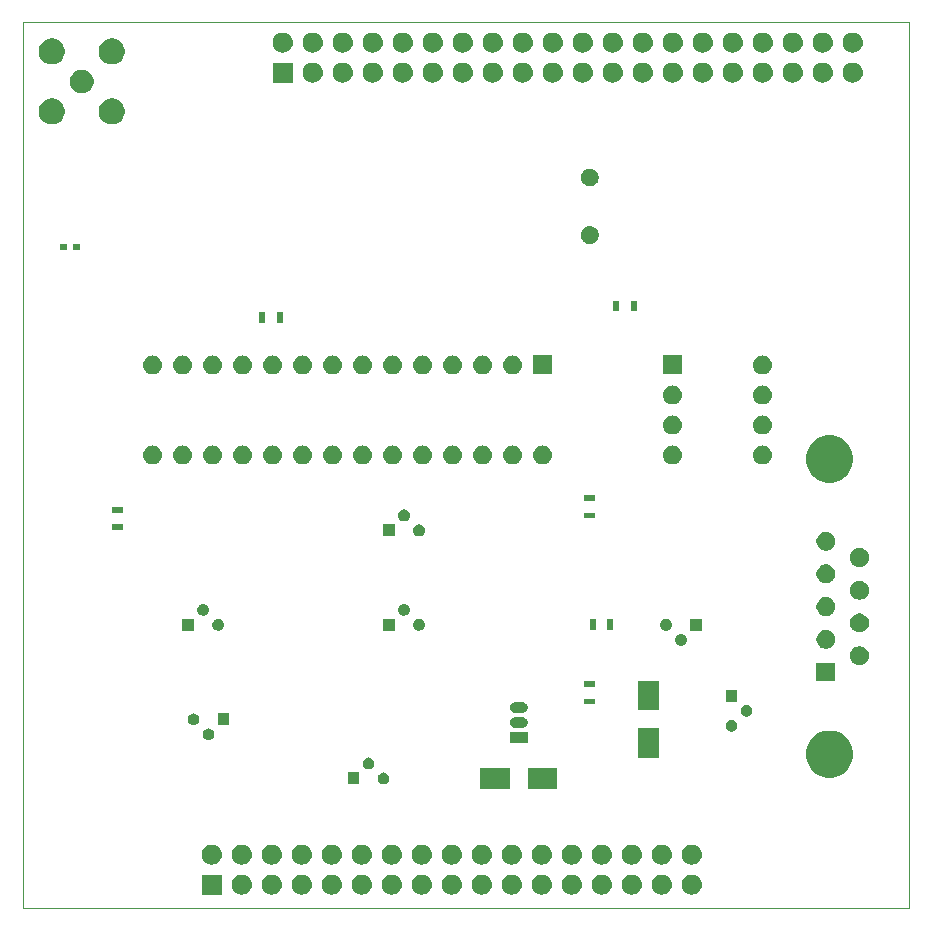
<source format=gbs>
G04 #@! TF.GenerationSoftware,KiCad,Pcbnew,(5.0.1)-3*
G04 #@! TF.CreationDate,2018-11-29T07:36:30-08:00*
G04 #@! TF.ProjectId,DashSight-Mezzanine-Card,4461736853696768742D4D657A7A616E,rev?*
G04 #@! TF.SameCoordinates,Original*
G04 #@! TF.FileFunction,Soldermask,Bot*
G04 #@! TF.FilePolarity,Negative*
%FSLAX46Y46*%
G04 Gerber Fmt 4.6, Leading zero omitted, Abs format (unit mm)*
G04 Created by KiCad (PCBNEW (5.0.1)-3) date 29/11/2018 7:36:30 AM*
%MOMM*%
%LPD*%
G01*
G04 APERTURE LIST*
%ADD10C,0.100000*%
G04 APERTURE END LIST*
D10*
X125000000Y-125000000D02*
X125000000Y-50000000D01*
X200000000Y-125000000D02*
X125000000Y-125000000D01*
X200000000Y-50000000D02*
X200000000Y-125000000D01*
X125000000Y-50000000D02*
X200000000Y-50000000D01*
G36*
X179266630Y-122162299D02*
X179426855Y-122210903D01*
X179574520Y-122289831D01*
X179703949Y-122396051D01*
X179810169Y-122525480D01*
X179889097Y-122673145D01*
X179937701Y-122833370D01*
X179954112Y-123000000D01*
X179937701Y-123166630D01*
X179889097Y-123326855D01*
X179810169Y-123474520D01*
X179703949Y-123603949D01*
X179574520Y-123710169D01*
X179426855Y-123789097D01*
X179266630Y-123837701D01*
X179141752Y-123850000D01*
X179058248Y-123850000D01*
X178933370Y-123837701D01*
X178773145Y-123789097D01*
X178625480Y-123710169D01*
X178496051Y-123603949D01*
X178389831Y-123474520D01*
X178310903Y-123326855D01*
X178262299Y-123166630D01*
X178245888Y-123000000D01*
X178262299Y-122833370D01*
X178310903Y-122673145D01*
X178389831Y-122525480D01*
X178496051Y-122396051D01*
X178625480Y-122289831D01*
X178773145Y-122210903D01*
X178933370Y-122162299D01*
X179058248Y-122150000D01*
X179141752Y-122150000D01*
X179266630Y-122162299D01*
X179266630Y-122162299D01*
G37*
G36*
X158946630Y-122162299D02*
X159106855Y-122210903D01*
X159254520Y-122289831D01*
X159383949Y-122396051D01*
X159490169Y-122525480D01*
X159569097Y-122673145D01*
X159617701Y-122833370D01*
X159634112Y-123000000D01*
X159617701Y-123166630D01*
X159569097Y-123326855D01*
X159490169Y-123474520D01*
X159383949Y-123603949D01*
X159254520Y-123710169D01*
X159106855Y-123789097D01*
X158946630Y-123837701D01*
X158821752Y-123850000D01*
X158738248Y-123850000D01*
X158613370Y-123837701D01*
X158453145Y-123789097D01*
X158305480Y-123710169D01*
X158176051Y-123603949D01*
X158069831Y-123474520D01*
X157990903Y-123326855D01*
X157942299Y-123166630D01*
X157925888Y-123000000D01*
X157942299Y-122833370D01*
X157990903Y-122673145D01*
X158069831Y-122525480D01*
X158176051Y-122396051D01*
X158305480Y-122289831D01*
X158453145Y-122210903D01*
X158613370Y-122162299D01*
X158738248Y-122150000D01*
X158821752Y-122150000D01*
X158946630Y-122162299D01*
X158946630Y-122162299D01*
G37*
G36*
X148786630Y-122162299D02*
X148946855Y-122210903D01*
X149094520Y-122289831D01*
X149223949Y-122396051D01*
X149330169Y-122525480D01*
X149409097Y-122673145D01*
X149457701Y-122833370D01*
X149474112Y-123000000D01*
X149457701Y-123166630D01*
X149409097Y-123326855D01*
X149330169Y-123474520D01*
X149223949Y-123603949D01*
X149094520Y-123710169D01*
X148946855Y-123789097D01*
X148786630Y-123837701D01*
X148661752Y-123850000D01*
X148578248Y-123850000D01*
X148453370Y-123837701D01*
X148293145Y-123789097D01*
X148145480Y-123710169D01*
X148016051Y-123603949D01*
X147909831Y-123474520D01*
X147830903Y-123326855D01*
X147782299Y-123166630D01*
X147765888Y-123000000D01*
X147782299Y-122833370D01*
X147830903Y-122673145D01*
X147909831Y-122525480D01*
X148016051Y-122396051D01*
X148145480Y-122289831D01*
X148293145Y-122210903D01*
X148453370Y-122162299D01*
X148578248Y-122150000D01*
X148661752Y-122150000D01*
X148786630Y-122162299D01*
X148786630Y-122162299D01*
G37*
G36*
X151326630Y-122162299D02*
X151486855Y-122210903D01*
X151634520Y-122289831D01*
X151763949Y-122396051D01*
X151870169Y-122525480D01*
X151949097Y-122673145D01*
X151997701Y-122833370D01*
X152014112Y-123000000D01*
X151997701Y-123166630D01*
X151949097Y-123326855D01*
X151870169Y-123474520D01*
X151763949Y-123603949D01*
X151634520Y-123710169D01*
X151486855Y-123789097D01*
X151326630Y-123837701D01*
X151201752Y-123850000D01*
X151118248Y-123850000D01*
X150993370Y-123837701D01*
X150833145Y-123789097D01*
X150685480Y-123710169D01*
X150556051Y-123603949D01*
X150449831Y-123474520D01*
X150370903Y-123326855D01*
X150322299Y-123166630D01*
X150305888Y-123000000D01*
X150322299Y-122833370D01*
X150370903Y-122673145D01*
X150449831Y-122525480D01*
X150556051Y-122396051D01*
X150685480Y-122289831D01*
X150833145Y-122210903D01*
X150993370Y-122162299D01*
X151118248Y-122150000D01*
X151201752Y-122150000D01*
X151326630Y-122162299D01*
X151326630Y-122162299D01*
G37*
G36*
X146246630Y-122162299D02*
X146406855Y-122210903D01*
X146554520Y-122289831D01*
X146683949Y-122396051D01*
X146790169Y-122525480D01*
X146869097Y-122673145D01*
X146917701Y-122833370D01*
X146934112Y-123000000D01*
X146917701Y-123166630D01*
X146869097Y-123326855D01*
X146790169Y-123474520D01*
X146683949Y-123603949D01*
X146554520Y-123710169D01*
X146406855Y-123789097D01*
X146246630Y-123837701D01*
X146121752Y-123850000D01*
X146038248Y-123850000D01*
X145913370Y-123837701D01*
X145753145Y-123789097D01*
X145605480Y-123710169D01*
X145476051Y-123603949D01*
X145369831Y-123474520D01*
X145290903Y-123326855D01*
X145242299Y-123166630D01*
X145225888Y-123000000D01*
X145242299Y-122833370D01*
X145290903Y-122673145D01*
X145369831Y-122525480D01*
X145476051Y-122396051D01*
X145605480Y-122289831D01*
X145753145Y-122210903D01*
X145913370Y-122162299D01*
X146038248Y-122150000D01*
X146121752Y-122150000D01*
X146246630Y-122162299D01*
X146246630Y-122162299D01*
G37*
G36*
X143706630Y-122162299D02*
X143866855Y-122210903D01*
X144014520Y-122289831D01*
X144143949Y-122396051D01*
X144250169Y-122525480D01*
X144329097Y-122673145D01*
X144377701Y-122833370D01*
X144394112Y-123000000D01*
X144377701Y-123166630D01*
X144329097Y-123326855D01*
X144250169Y-123474520D01*
X144143949Y-123603949D01*
X144014520Y-123710169D01*
X143866855Y-123789097D01*
X143706630Y-123837701D01*
X143581752Y-123850000D01*
X143498248Y-123850000D01*
X143373370Y-123837701D01*
X143213145Y-123789097D01*
X143065480Y-123710169D01*
X142936051Y-123603949D01*
X142829831Y-123474520D01*
X142750903Y-123326855D01*
X142702299Y-123166630D01*
X142685888Y-123000000D01*
X142702299Y-122833370D01*
X142750903Y-122673145D01*
X142829831Y-122525480D01*
X142936051Y-122396051D01*
X143065480Y-122289831D01*
X143213145Y-122210903D01*
X143373370Y-122162299D01*
X143498248Y-122150000D01*
X143581752Y-122150000D01*
X143706630Y-122162299D01*
X143706630Y-122162299D01*
G37*
G36*
X153866630Y-122162299D02*
X154026855Y-122210903D01*
X154174520Y-122289831D01*
X154303949Y-122396051D01*
X154410169Y-122525480D01*
X154489097Y-122673145D01*
X154537701Y-122833370D01*
X154554112Y-123000000D01*
X154537701Y-123166630D01*
X154489097Y-123326855D01*
X154410169Y-123474520D01*
X154303949Y-123603949D01*
X154174520Y-123710169D01*
X154026855Y-123789097D01*
X153866630Y-123837701D01*
X153741752Y-123850000D01*
X153658248Y-123850000D01*
X153533370Y-123837701D01*
X153373145Y-123789097D01*
X153225480Y-123710169D01*
X153096051Y-123603949D01*
X152989831Y-123474520D01*
X152910903Y-123326855D01*
X152862299Y-123166630D01*
X152845888Y-123000000D01*
X152862299Y-122833370D01*
X152910903Y-122673145D01*
X152989831Y-122525480D01*
X153096051Y-122396051D01*
X153225480Y-122289831D01*
X153373145Y-122210903D01*
X153533370Y-122162299D01*
X153658248Y-122150000D01*
X153741752Y-122150000D01*
X153866630Y-122162299D01*
X153866630Y-122162299D01*
G37*
G36*
X141850000Y-123850000D02*
X140150000Y-123850000D01*
X140150000Y-122150000D01*
X141850000Y-122150000D01*
X141850000Y-123850000D01*
X141850000Y-123850000D01*
G37*
G36*
X156406630Y-122162299D02*
X156566855Y-122210903D01*
X156714520Y-122289831D01*
X156843949Y-122396051D01*
X156950169Y-122525480D01*
X157029097Y-122673145D01*
X157077701Y-122833370D01*
X157094112Y-123000000D01*
X157077701Y-123166630D01*
X157029097Y-123326855D01*
X156950169Y-123474520D01*
X156843949Y-123603949D01*
X156714520Y-123710169D01*
X156566855Y-123789097D01*
X156406630Y-123837701D01*
X156281752Y-123850000D01*
X156198248Y-123850000D01*
X156073370Y-123837701D01*
X155913145Y-123789097D01*
X155765480Y-123710169D01*
X155636051Y-123603949D01*
X155529831Y-123474520D01*
X155450903Y-123326855D01*
X155402299Y-123166630D01*
X155385888Y-123000000D01*
X155402299Y-122833370D01*
X155450903Y-122673145D01*
X155529831Y-122525480D01*
X155636051Y-122396051D01*
X155765480Y-122289831D01*
X155913145Y-122210903D01*
X156073370Y-122162299D01*
X156198248Y-122150000D01*
X156281752Y-122150000D01*
X156406630Y-122162299D01*
X156406630Y-122162299D01*
G37*
G36*
X161486630Y-122162299D02*
X161646855Y-122210903D01*
X161794520Y-122289831D01*
X161923949Y-122396051D01*
X162030169Y-122525480D01*
X162109097Y-122673145D01*
X162157701Y-122833370D01*
X162174112Y-123000000D01*
X162157701Y-123166630D01*
X162109097Y-123326855D01*
X162030169Y-123474520D01*
X161923949Y-123603949D01*
X161794520Y-123710169D01*
X161646855Y-123789097D01*
X161486630Y-123837701D01*
X161361752Y-123850000D01*
X161278248Y-123850000D01*
X161153370Y-123837701D01*
X160993145Y-123789097D01*
X160845480Y-123710169D01*
X160716051Y-123603949D01*
X160609831Y-123474520D01*
X160530903Y-123326855D01*
X160482299Y-123166630D01*
X160465888Y-123000000D01*
X160482299Y-122833370D01*
X160530903Y-122673145D01*
X160609831Y-122525480D01*
X160716051Y-122396051D01*
X160845480Y-122289831D01*
X160993145Y-122210903D01*
X161153370Y-122162299D01*
X161278248Y-122150000D01*
X161361752Y-122150000D01*
X161486630Y-122162299D01*
X161486630Y-122162299D01*
G37*
G36*
X181806630Y-122162299D02*
X181966855Y-122210903D01*
X182114520Y-122289831D01*
X182243949Y-122396051D01*
X182350169Y-122525480D01*
X182429097Y-122673145D01*
X182477701Y-122833370D01*
X182494112Y-123000000D01*
X182477701Y-123166630D01*
X182429097Y-123326855D01*
X182350169Y-123474520D01*
X182243949Y-123603949D01*
X182114520Y-123710169D01*
X181966855Y-123789097D01*
X181806630Y-123837701D01*
X181681752Y-123850000D01*
X181598248Y-123850000D01*
X181473370Y-123837701D01*
X181313145Y-123789097D01*
X181165480Y-123710169D01*
X181036051Y-123603949D01*
X180929831Y-123474520D01*
X180850903Y-123326855D01*
X180802299Y-123166630D01*
X180785888Y-123000000D01*
X180802299Y-122833370D01*
X180850903Y-122673145D01*
X180929831Y-122525480D01*
X181036051Y-122396051D01*
X181165480Y-122289831D01*
X181313145Y-122210903D01*
X181473370Y-122162299D01*
X181598248Y-122150000D01*
X181681752Y-122150000D01*
X181806630Y-122162299D01*
X181806630Y-122162299D01*
G37*
G36*
X164026630Y-122162299D02*
X164186855Y-122210903D01*
X164334520Y-122289831D01*
X164463949Y-122396051D01*
X164570169Y-122525480D01*
X164649097Y-122673145D01*
X164697701Y-122833370D01*
X164714112Y-123000000D01*
X164697701Y-123166630D01*
X164649097Y-123326855D01*
X164570169Y-123474520D01*
X164463949Y-123603949D01*
X164334520Y-123710169D01*
X164186855Y-123789097D01*
X164026630Y-123837701D01*
X163901752Y-123850000D01*
X163818248Y-123850000D01*
X163693370Y-123837701D01*
X163533145Y-123789097D01*
X163385480Y-123710169D01*
X163256051Y-123603949D01*
X163149831Y-123474520D01*
X163070903Y-123326855D01*
X163022299Y-123166630D01*
X163005888Y-123000000D01*
X163022299Y-122833370D01*
X163070903Y-122673145D01*
X163149831Y-122525480D01*
X163256051Y-122396051D01*
X163385480Y-122289831D01*
X163533145Y-122210903D01*
X163693370Y-122162299D01*
X163818248Y-122150000D01*
X163901752Y-122150000D01*
X164026630Y-122162299D01*
X164026630Y-122162299D01*
G37*
G36*
X166566630Y-122162299D02*
X166726855Y-122210903D01*
X166874520Y-122289831D01*
X167003949Y-122396051D01*
X167110169Y-122525480D01*
X167189097Y-122673145D01*
X167237701Y-122833370D01*
X167254112Y-123000000D01*
X167237701Y-123166630D01*
X167189097Y-123326855D01*
X167110169Y-123474520D01*
X167003949Y-123603949D01*
X166874520Y-123710169D01*
X166726855Y-123789097D01*
X166566630Y-123837701D01*
X166441752Y-123850000D01*
X166358248Y-123850000D01*
X166233370Y-123837701D01*
X166073145Y-123789097D01*
X165925480Y-123710169D01*
X165796051Y-123603949D01*
X165689831Y-123474520D01*
X165610903Y-123326855D01*
X165562299Y-123166630D01*
X165545888Y-123000000D01*
X165562299Y-122833370D01*
X165610903Y-122673145D01*
X165689831Y-122525480D01*
X165796051Y-122396051D01*
X165925480Y-122289831D01*
X166073145Y-122210903D01*
X166233370Y-122162299D01*
X166358248Y-122150000D01*
X166441752Y-122150000D01*
X166566630Y-122162299D01*
X166566630Y-122162299D01*
G37*
G36*
X169106630Y-122162299D02*
X169266855Y-122210903D01*
X169414520Y-122289831D01*
X169543949Y-122396051D01*
X169650169Y-122525480D01*
X169729097Y-122673145D01*
X169777701Y-122833370D01*
X169794112Y-123000000D01*
X169777701Y-123166630D01*
X169729097Y-123326855D01*
X169650169Y-123474520D01*
X169543949Y-123603949D01*
X169414520Y-123710169D01*
X169266855Y-123789097D01*
X169106630Y-123837701D01*
X168981752Y-123850000D01*
X168898248Y-123850000D01*
X168773370Y-123837701D01*
X168613145Y-123789097D01*
X168465480Y-123710169D01*
X168336051Y-123603949D01*
X168229831Y-123474520D01*
X168150903Y-123326855D01*
X168102299Y-123166630D01*
X168085888Y-123000000D01*
X168102299Y-122833370D01*
X168150903Y-122673145D01*
X168229831Y-122525480D01*
X168336051Y-122396051D01*
X168465480Y-122289831D01*
X168613145Y-122210903D01*
X168773370Y-122162299D01*
X168898248Y-122150000D01*
X168981752Y-122150000D01*
X169106630Y-122162299D01*
X169106630Y-122162299D01*
G37*
G36*
X171646630Y-122162299D02*
X171806855Y-122210903D01*
X171954520Y-122289831D01*
X172083949Y-122396051D01*
X172190169Y-122525480D01*
X172269097Y-122673145D01*
X172317701Y-122833370D01*
X172334112Y-123000000D01*
X172317701Y-123166630D01*
X172269097Y-123326855D01*
X172190169Y-123474520D01*
X172083949Y-123603949D01*
X171954520Y-123710169D01*
X171806855Y-123789097D01*
X171646630Y-123837701D01*
X171521752Y-123850000D01*
X171438248Y-123850000D01*
X171313370Y-123837701D01*
X171153145Y-123789097D01*
X171005480Y-123710169D01*
X170876051Y-123603949D01*
X170769831Y-123474520D01*
X170690903Y-123326855D01*
X170642299Y-123166630D01*
X170625888Y-123000000D01*
X170642299Y-122833370D01*
X170690903Y-122673145D01*
X170769831Y-122525480D01*
X170876051Y-122396051D01*
X171005480Y-122289831D01*
X171153145Y-122210903D01*
X171313370Y-122162299D01*
X171438248Y-122150000D01*
X171521752Y-122150000D01*
X171646630Y-122162299D01*
X171646630Y-122162299D01*
G37*
G36*
X176726630Y-122162299D02*
X176886855Y-122210903D01*
X177034520Y-122289831D01*
X177163949Y-122396051D01*
X177270169Y-122525480D01*
X177349097Y-122673145D01*
X177397701Y-122833370D01*
X177414112Y-123000000D01*
X177397701Y-123166630D01*
X177349097Y-123326855D01*
X177270169Y-123474520D01*
X177163949Y-123603949D01*
X177034520Y-123710169D01*
X176886855Y-123789097D01*
X176726630Y-123837701D01*
X176601752Y-123850000D01*
X176518248Y-123850000D01*
X176393370Y-123837701D01*
X176233145Y-123789097D01*
X176085480Y-123710169D01*
X175956051Y-123603949D01*
X175849831Y-123474520D01*
X175770903Y-123326855D01*
X175722299Y-123166630D01*
X175705888Y-123000000D01*
X175722299Y-122833370D01*
X175770903Y-122673145D01*
X175849831Y-122525480D01*
X175956051Y-122396051D01*
X176085480Y-122289831D01*
X176233145Y-122210903D01*
X176393370Y-122162299D01*
X176518248Y-122150000D01*
X176601752Y-122150000D01*
X176726630Y-122162299D01*
X176726630Y-122162299D01*
G37*
G36*
X174186630Y-122162299D02*
X174346855Y-122210903D01*
X174494520Y-122289831D01*
X174623949Y-122396051D01*
X174730169Y-122525480D01*
X174809097Y-122673145D01*
X174857701Y-122833370D01*
X174874112Y-123000000D01*
X174857701Y-123166630D01*
X174809097Y-123326855D01*
X174730169Y-123474520D01*
X174623949Y-123603949D01*
X174494520Y-123710169D01*
X174346855Y-123789097D01*
X174186630Y-123837701D01*
X174061752Y-123850000D01*
X173978248Y-123850000D01*
X173853370Y-123837701D01*
X173693145Y-123789097D01*
X173545480Y-123710169D01*
X173416051Y-123603949D01*
X173309831Y-123474520D01*
X173230903Y-123326855D01*
X173182299Y-123166630D01*
X173165888Y-123000000D01*
X173182299Y-122833370D01*
X173230903Y-122673145D01*
X173309831Y-122525480D01*
X173416051Y-122396051D01*
X173545480Y-122289831D01*
X173693145Y-122210903D01*
X173853370Y-122162299D01*
X173978248Y-122150000D01*
X174061752Y-122150000D01*
X174186630Y-122162299D01*
X174186630Y-122162299D01*
G37*
G36*
X161486630Y-119622299D02*
X161646855Y-119670903D01*
X161794520Y-119749831D01*
X161923949Y-119856051D01*
X162030169Y-119985480D01*
X162109097Y-120133145D01*
X162157701Y-120293370D01*
X162174112Y-120460000D01*
X162157701Y-120626630D01*
X162109097Y-120786855D01*
X162030169Y-120934520D01*
X161923949Y-121063949D01*
X161794520Y-121170169D01*
X161646855Y-121249097D01*
X161486630Y-121297701D01*
X161361752Y-121310000D01*
X161278248Y-121310000D01*
X161153370Y-121297701D01*
X160993145Y-121249097D01*
X160845480Y-121170169D01*
X160716051Y-121063949D01*
X160609831Y-120934520D01*
X160530903Y-120786855D01*
X160482299Y-120626630D01*
X160465888Y-120460000D01*
X160482299Y-120293370D01*
X160530903Y-120133145D01*
X160609831Y-119985480D01*
X160716051Y-119856051D01*
X160845480Y-119749831D01*
X160993145Y-119670903D01*
X161153370Y-119622299D01*
X161278248Y-119610000D01*
X161361752Y-119610000D01*
X161486630Y-119622299D01*
X161486630Y-119622299D01*
G37*
G36*
X141166630Y-119622299D02*
X141326855Y-119670903D01*
X141474520Y-119749831D01*
X141603949Y-119856051D01*
X141710169Y-119985480D01*
X141789097Y-120133145D01*
X141837701Y-120293370D01*
X141854112Y-120460000D01*
X141837701Y-120626630D01*
X141789097Y-120786855D01*
X141710169Y-120934520D01*
X141603949Y-121063949D01*
X141474520Y-121170169D01*
X141326855Y-121249097D01*
X141166630Y-121297701D01*
X141041752Y-121310000D01*
X140958248Y-121310000D01*
X140833370Y-121297701D01*
X140673145Y-121249097D01*
X140525480Y-121170169D01*
X140396051Y-121063949D01*
X140289831Y-120934520D01*
X140210903Y-120786855D01*
X140162299Y-120626630D01*
X140145888Y-120460000D01*
X140162299Y-120293370D01*
X140210903Y-120133145D01*
X140289831Y-119985480D01*
X140396051Y-119856051D01*
X140525480Y-119749831D01*
X140673145Y-119670903D01*
X140833370Y-119622299D01*
X140958248Y-119610000D01*
X141041752Y-119610000D01*
X141166630Y-119622299D01*
X141166630Y-119622299D01*
G37*
G36*
X143706630Y-119622299D02*
X143866855Y-119670903D01*
X144014520Y-119749831D01*
X144143949Y-119856051D01*
X144250169Y-119985480D01*
X144329097Y-120133145D01*
X144377701Y-120293370D01*
X144394112Y-120460000D01*
X144377701Y-120626630D01*
X144329097Y-120786855D01*
X144250169Y-120934520D01*
X144143949Y-121063949D01*
X144014520Y-121170169D01*
X143866855Y-121249097D01*
X143706630Y-121297701D01*
X143581752Y-121310000D01*
X143498248Y-121310000D01*
X143373370Y-121297701D01*
X143213145Y-121249097D01*
X143065480Y-121170169D01*
X142936051Y-121063949D01*
X142829831Y-120934520D01*
X142750903Y-120786855D01*
X142702299Y-120626630D01*
X142685888Y-120460000D01*
X142702299Y-120293370D01*
X142750903Y-120133145D01*
X142829831Y-119985480D01*
X142936051Y-119856051D01*
X143065480Y-119749831D01*
X143213145Y-119670903D01*
X143373370Y-119622299D01*
X143498248Y-119610000D01*
X143581752Y-119610000D01*
X143706630Y-119622299D01*
X143706630Y-119622299D01*
G37*
G36*
X148786630Y-119622299D02*
X148946855Y-119670903D01*
X149094520Y-119749831D01*
X149223949Y-119856051D01*
X149330169Y-119985480D01*
X149409097Y-120133145D01*
X149457701Y-120293370D01*
X149474112Y-120460000D01*
X149457701Y-120626630D01*
X149409097Y-120786855D01*
X149330169Y-120934520D01*
X149223949Y-121063949D01*
X149094520Y-121170169D01*
X148946855Y-121249097D01*
X148786630Y-121297701D01*
X148661752Y-121310000D01*
X148578248Y-121310000D01*
X148453370Y-121297701D01*
X148293145Y-121249097D01*
X148145480Y-121170169D01*
X148016051Y-121063949D01*
X147909831Y-120934520D01*
X147830903Y-120786855D01*
X147782299Y-120626630D01*
X147765888Y-120460000D01*
X147782299Y-120293370D01*
X147830903Y-120133145D01*
X147909831Y-119985480D01*
X148016051Y-119856051D01*
X148145480Y-119749831D01*
X148293145Y-119670903D01*
X148453370Y-119622299D01*
X148578248Y-119610000D01*
X148661752Y-119610000D01*
X148786630Y-119622299D01*
X148786630Y-119622299D01*
G37*
G36*
X146246630Y-119622299D02*
X146406855Y-119670903D01*
X146554520Y-119749831D01*
X146683949Y-119856051D01*
X146790169Y-119985480D01*
X146869097Y-120133145D01*
X146917701Y-120293370D01*
X146934112Y-120460000D01*
X146917701Y-120626630D01*
X146869097Y-120786855D01*
X146790169Y-120934520D01*
X146683949Y-121063949D01*
X146554520Y-121170169D01*
X146406855Y-121249097D01*
X146246630Y-121297701D01*
X146121752Y-121310000D01*
X146038248Y-121310000D01*
X145913370Y-121297701D01*
X145753145Y-121249097D01*
X145605480Y-121170169D01*
X145476051Y-121063949D01*
X145369831Y-120934520D01*
X145290903Y-120786855D01*
X145242299Y-120626630D01*
X145225888Y-120460000D01*
X145242299Y-120293370D01*
X145290903Y-120133145D01*
X145369831Y-119985480D01*
X145476051Y-119856051D01*
X145605480Y-119749831D01*
X145753145Y-119670903D01*
X145913370Y-119622299D01*
X146038248Y-119610000D01*
X146121752Y-119610000D01*
X146246630Y-119622299D01*
X146246630Y-119622299D01*
G37*
G36*
X164026630Y-119622299D02*
X164186855Y-119670903D01*
X164334520Y-119749831D01*
X164463949Y-119856051D01*
X164570169Y-119985480D01*
X164649097Y-120133145D01*
X164697701Y-120293370D01*
X164714112Y-120460000D01*
X164697701Y-120626630D01*
X164649097Y-120786855D01*
X164570169Y-120934520D01*
X164463949Y-121063949D01*
X164334520Y-121170169D01*
X164186855Y-121249097D01*
X164026630Y-121297701D01*
X163901752Y-121310000D01*
X163818248Y-121310000D01*
X163693370Y-121297701D01*
X163533145Y-121249097D01*
X163385480Y-121170169D01*
X163256051Y-121063949D01*
X163149831Y-120934520D01*
X163070903Y-120786855D01*
X163022299Y-120626630D01*
X163005888Y-120460000D01*
X163022299Y-120293370D01*
X163070903Y-120133145D01*
X163149831Y-119985480D01*
X163256051Y-119856051D01*
X163385480Y-119749831D01*
X163533145Y-119670903D01*
X163693370Y-119622299D01*
X163818248Y-119610000D01*
X163901752Y-119610000D01*
X164026630Y-119622299D01*
X164026630Y-119622299D01*
G37*
G36*
X166566630Y-119622299D02*
X166726855Y-119670903D01*
X166874520Y-119749831D01*
X167003949Y-119856051D01*
X167110169Y-119985480D01*
X167189097Y-120133145D01*
X167237701Y-120293370D01*
X167254112Y-120460000D01*
X167237701Y-120626630D01*
X167189097Y-120786855D01*
X167110169Y-120934520D01*
X167003949Y-121063949D01*
X166874520Y-121170169D01*
X166726855Y-121249097D01*
X166566630Y-121297701D01*
X166441752Y-121310000D01*
X166358248Y-121310000D01*
X166233370Y-121297701D01*
X166073145Y-121249097D01*
X165925480Y-121170169D01*
X165796051Y-121063949D01*
X165689831Y-120934520D01*
X165610903Y-120786855D01*
X165562299Y-120626630D01*
X165545888Y-120460000D01*
X165562299Y-120293370D01*
X165610903Y-120133145D01*
X165689831Y-119985480D01*
X165796051Y-119856051D01*
X165925480Y-119749831D01*
X166073145Y-119670903D01*
X166233370Y-119622299D01*
X166358248Y-119610000D01*
X166441752Y-119610000D01*
X166566630Y-119622299D01*
X166566630Y-119622299D01*
G37*
G36*
X169106630Y-119622299D02*
X169266855Y-119670903D01*
X169414520Y-119749831D01*
X169543949Y-119856051D01*
X169650169Y-119985480D01*
X169729097Y-120133145D01*
X169777701Y-120293370D01*
X169794112Y-120460000D01*
X169777701Y-120626630D01*
X169729097Y-120786855D01*
X169650169Y-120934520D01*
X169543949Y-121063949D01*
X169414520Y-121170169D01*
X169266855Y-121249097D01*
X169106630Y-121297701D01*
X168981752Y-121310000D01*
X168898248Y-121310000D01*
X168773370Y-121297701D01*
X168613145Y-121249097D01*
X168465480Y-121170169D01*
X168336051Y-121063949D01*
X168229831Y-120934520D01*
X168150903Y-120786855D01*
X168102299Y-120626630D01*
X168085888Y-120460000D01*
X168102299Y-120293370D01*
X168150903Y-120133145D01*
X168229831Y-119985480D01*
X168336051Y-119856051D01*
X168465480Y-119749831D01*
X168613145Y-119670903D01*
X168773370Y-119622299D01*
X168898248Y-119610000D01*
X168981752Y-119610000D01*
X169106630Y-119622299D01*
X169106630Y-119622299D01*
G37*
G36*
X156406630Y-119622299D02*
X156566855Y-119670903D01*
X156714520Y-119749831D01*
X156843949Y-119856051D01*
X156950169Y-119985480D01*
X157029097Y-120133145D01*
X157077701Y-120293370D01*
X157094112Y-120460000D01*
X157077701Y-120626630D01*
X157029097Y-120786855D01*
X156950169Y-120934520D01*
X156843949Y-121063949D01*
X156714520Y-121170169D01*
X156566855Y-121249097D01*
X156406630Y-121297701D01*
X156281752Y-121310000D01*
X156198248Y-121310000D01*
X156073370Y-121297701D01*
X155913145Y-121249097D01*
X155765480Y-121170169D01*
X155636051Y-121063949D01*
X155529831Y-120934520D01*
X155450903Y-120786855D01*
X155402299Y-120626630D01*
X155385888Y-120460000D01*
X155402299Y-120293370D01*
X155450903Y-120133145D01*
X155529831Y-119985480D01*
X155636051Y-119856051D01*
X155765480Y-119749831D01*
X155913145Y-119670903D01*
X156073370Y-119622299D01*
X156198248Y-119610000D01*
X156281752Y-119610000D01*
X156406630Y-119622299D01*
X156406630Y-119622299D01*
G37*
G36*
X153866630Y-119622299D02*
X154026855Y-119670903D01*
X154174520Y-119749831D01*
X154303949Y-119856051D01*
X154410169Y-119985480D01*
X154489097Y-120133145D01*
X154537701Y-120293370D01*
X154554112Y-120460000D01*
X154537701Y-120626630D01*
X154489097Y-120786855D01*
X154410169Y-120934520D01*
X154303949Y-121063949D01*
X154174520Y-121170169D01*
X154026855Y-121249097D01*
X153866630Y-121297701D01*
X153741752Y-121310000D01*
X153658248Y-121310000D01*
X153533370Y-121297701D01*
X153373145Y-121249097D01*
X153225480Y-121170169D01*
X153096051Y-121063949D01*
X152989831Y-120934520D01*
X152910903Y-120786855D01*
X152862299Y-120626630D01*
X152845888Y-120460000D01*
X152862299Y-120293370D01*
X152910903Y-120133145D01*
X152989831Y-119985480D01*
X153096051Y-119856051D01*
X153225480Y-119749831D01*
X153373145Y-119670903D01*
X153533370Y-119622299D01*
X153658248Y-119610000D01*
X153741752Y-119610000D01*
X153866630Y-119622299D01*
X153866630Y-119622299D01*
G37*
G36*
X181806630Y-119622299D02*
X181966855Y-119670903D01*
X182114520Y-119749831D01*
X182243949Y-119856051D01*
X182350169Y-119985480D01*
X182429097Y-120133145D01*
X182477701Y-120293370D01*
X182494112Y-120460000D01*
X182477701Y-120626630D01*
X182429097Y-120786855D01*
X182350169Y-120934520D01*
X182243949Y-121063949D01*
X182114520Y-121170169D01*
X181966855Y-121249097D01*
X181806630Y-121297701D01*
X181681752Y-121310000D01*
X181598248Y-121310000D01*
X181473370Y-121297701D01*
X181313145Y-121249097D01*
X181165480Y-121170169D01*
X181036051Y-121063949D01*
X180929831Y-120934520D01*
X180850903Y-120786855D01*
X180802299Y-120626630D01*
X180785888Y-120460000D01*
X180802299Y-120293370D01*
X180850903Y-120133145D01*
X180929831Y-119985480D01*
X181036051Y-119856051D01*
X181165480Y-119749831D01*
X181313145Y-119670903D01*
X181473370Y-119622299D01*
X181598248Y-119610000D01*
X181681752Y-119610000D01*
X181806630Y-119622299D01*
X181806630Y-119622299D01*
G37*
G36*
X174186630Y-119622299D02*
X174346855Y-119670903D01*
X174494520Y-119749831D01*
X174623949Y-119856051D01*
X174730169Y-119985480D01*
X174809097Y-120133145D01*
X174857701Y-120293370D01*
X174874112Y-120460000D01*
X174857701Y-120626630D01*
X174809097Y-120786855D01*
X174730169Y-120934520D01*
X174623949Y-121063949D01*
X174494520Y-121170169D01*
X174346855Y-121249097D01*
X174186630Y-121297701D01*
X174061752Y-121310000D01*
X173978248Y-121310000D01*
X173853370Y-121297701D01*
X173693145Y-121249097D01*
X173545480Y-121170169D01*
X173416051Y-121063949D01*
X173309831Y-120934520D01*
X173230903Y-120786855D01*
X173182299Y-120626630D01*
X173165888Y-120460000D01*
X173182299Y-120293370D01*
X173230903Y-120133145D01*
X173309831Y-119985480D01*
X173416051Y-119856051D01*
X173545480Y-119749831D01*
X173693145Y-119670903D01*
X173853370Y-119622299D01*
X173978248Y-119610000D01*
X174061752Y-119610000D01*
X174186630Y-119622299D01*
X174186630Y-119622299D01*
G37*
G36*
X151326630Y-119622299D02*
X151486855Y-119670903D01*
X151634520Y-119749831D01*
X151763949Y-119856051D01*
X151870169Y-119985480D01*
X151949097Y-120133145D01*
X151997701Y-120293370D01*
X152014112Y-120460000D01*
X151997701Y-120626630D01*
X151949097Y-120786855D01*
X151870169Y-120934520D01*
X151763949Y-121063949D01*
X151634520Y-121170169D01*
X151486855Y-121249097D01*
X151326630Y-121297701D01*
X151201752Y-121310000D01*
X151118248Y-121310000D01*
X150993370Y-121297701D01*
X150833145Y-121249097D01*
X150685480Y-121170169D01*
X150556051Y-121063949D01*
X150449831Y-120934520D01*
X150370903Y-120786855D01*
X150322299Y-120626630D01*
X150305888Y-120460000D01*
X150322299Y-120293370D01*
X150370903Y-120133145D01*
X150449831Y-119985480D01*
X150556051Y-119856051D01*
X150685480Y-119749831D01*
X150833145Y-119670903D01*
X150993370Y-119622299D01*
X151118248Y-119610000D01*
X151201752Y-119610000D01*
X151326630Y-119622299D01*
X151326630Y-119622299D01*
G37*
G36*
X176726630Y-119622299D02*
X176886855Y-119670903D01*
X177034520Y-119749831D01*
X177163949Y-119856051D01*
X177270169Y-119985480D01*
X177349097Y-120133145D01*
X177397701Y-120293370D01*
X177414112Y-120460000D01*
X177397701Y-120626630D01*
X177349097Y-120786855D01*
X177270169Y-120934520D01*
X177163949Y-121063949D01*
X177034520Y-121170169D01*
X176886855Y-121249097D01*
X176726630Y-121297701D01*
X176601752Y-121310000D01*
X176518248Y-121310000D01*
X176393370Y-121297701D01*
X176233145Y-121249097D01*
X176085480Y-121170169D01*
X175956051Y-121063949D01*
X175849831Y-120934520D01*
X175770903Y-120786855D01*
X175722299Y-120626630D01*
X175705888Y-120460000D01*
X175722299Y-120293370D01*
X175770903Y-120133145D01*
X175849831Y-119985480D01*
X175956051Y-119856051D01*
X176085480Y-119749831D01*
X176233145Y-119670903D01*
X176393370Y-119622299D01*
X176518248Y-119610000D01*
X176601752Y-119610000D01*
X176726630Y-119622299D01*
X176726630Y-119622299D01*
G37*
G36*
X179266630Y-119622299D02*
X179426855Y-119670903D01*
X179574520Y-119749831D01*
X179703949Y-119856051D01*
X179810169Y-119985480D01*
X179889097Y-120133145D01*
X179937701Y-120293370D01*
X179954112Y-120460000D01*
X179937701Y-120626630D01*
X179889097Y-120786855D01*
X179810169Y-120934520D01*
X179703949Y-121063949D01*
X179574520Y-121170169D01*
X179426855Y-121249097D01*
X179266630Y-121297701D01*
X179141752Y-121310000D01*
X179058248Y-121310000D01*
X178933370Y-121297701D01*
X178773145Y-121249097D01*
X178625480Y-121170169D01*
X178496051Y-121063949D01*
X178389831Y-120934520D01*
X178310903Y-120786855D01*
X178262299Y-120626630D01*
X178245888Y-120460000D01*
X178262299Y-120293370D01*
X178310903Y-120133145D01*
X178389831Y-119985480D01*
X178496051Y-119856051D01*
X178625480Y-119749831D01*
X178773145Y-119670903D01*
X178933370Y-119622299D01*
X179058248Y-119610000D01*
X179141752Y-119610000D01*
X179266630Y-119622299D01*
X179266630Y-119622299D01*
G37*
G36*
X171646630Y-119622299D02*
X171806855Y-119670903D01*
X171954520Y-119749831D01*
X172083949Y-119856051D01*
X172190169Y-119985480D01*
X172269097Y-120133145D01*
X172317701Y-120293370D01*
X172334112Y-120460000D01*
X172317701Y-120626630D01*
X172269097Y-120786855D01*
X172190169Y-120934520D01*
X172083949Y-121063949D01*
X171954520Y-121170169D01*
X171806855Y-121249097D01*
X171646630Y-121297701D01*
X171521752Y-121310000D01*
X171438248Y-121310000D01*
X171313370Y-121297701D01*
X171153145Y-121249097D01*
X171005480Y-121170169D01*
X170876051Y-121063949D01*
X170769831Y-120934520D01*
X170690903Y-120786855D01*
X170642299Y-120626630D01*
X170625888Y-120460000D01*
X170642299Y-120293370D01*
X170690903Y-120133145D01*
X170769831Y-119985480D01*
X170876051Y-119856051D01*
X171005480Y-119749831D01*
X171153145Y-119670903D01*
X171313370Y-119622299D01*
X171438248Y-119610000D01*
X171521752Y-119610000D01*
X171646630Y-119622299D01*
X171646630Y-119622299D01*
G37*
G36*
X158946630Y-119622299D02*
X159106855Y-119670903D01*
X159254520Y-119749831D01*
X159383949Y-119856051D01*
X159490169Y-119985480D01*
X159569097Y-120133145D01*
X159617701Y-120293370D01*
X159634112Y-120460000D01*
X159617701Y-120626630D01*
X159569097Y-120786855D01*
X159490169Y-120934520D01*
X159383949Y-121063949D01*
X159254520Y-121170169D01*
X159106855Y-121249097D01*
X158946630Y-121297701D01*
X158821752Y-121310000D01*
X158738248Y-121310000D01*
X158613370Y-121297701D01*
X158453145Y-121249097D01*
X158305480Y-121170169D01*
X158176051Y-121063949D01*
X158069831Y-120934520D01*
X157990903Y-120786855D01*
X157942299Y-120626630D01*
X157925888Y-120460000D01*
X157942299Y-120293370D01*
X157990903Y-120133145D01*
X158069831Y-119985480D01*
X158176051Y-119856051D01*
X158305480Y-119749831D01*
X158453145Y-119670903D01*
X158613370Y-119622299D01*
X158738248Y-119610000D01*
X158821752Y-119610000D01*
X158946630Y-119622299D01*
X158946630Y-119622299D01*
G37*
G36*
X166250000Y-114900000D02*
X163750000Y-114900000D01*
X163750000Y-113100000D01*
X166250000Y-113100000D01*
X166250000Y-114900000D01*
X166250000Y-114900000D01*
G37*
G36*
X170250000Y-114900000D02*
X167750000Y-114900000D01*
X167750000Y-113100000D01*
X170250000Y-113100000D01*
X170250000Y-114900000D01*
X170250000Y-114900000D01*
G37*
G36*
X155685845Y-113519215D02*
X155776839Y-113556906D01*
X155857640Y-113610896D01*
X155858734Y-113611627D01*
X155928373Y-113681266D01*
X155928375Y-113681269D01*
X155962525Y-113732377D01*
X155983095Y-113763163D01*
X156020785Y-113854155D01*
X156040000Y-113950755D01*
X156040000Y-114049245D01*
X156020785Y-114145845D01*
X155983095Y-114236837D01*
X155928373Y-114318734D01*
X155858734Y-114388373D01*
X155858731Y-114388375D01*
X155776839Y-114443094D01*
X155685845Y-114480785D01*
X155589246Y-114500000D01*
X155490754Y-114500000D01*
X155394155Y-114480785D01*
X155303161Y-114443094D01*
X155221269Y-114388375D01*
X155221266Y-114388373D01*
X155151627Y-114318734D01*
X155096905Y-114236837D01*
X155059215Y-114145845D01*
X155040000Y-114049245D01*
X155040000Y-113950755D01*
X155059215Y-113854155D01*
X155096905Y-113763163D01*
X155117476Y-113732377D01*
X155151625Y-113681269D01*
X155151627Y-113681266D01*
X155221266Y-113611627D01*
X155222360Y-113610896D01*
X155303161Y-113556906D01*
X155394155Y-113519215D01*
X155490754Y-113500000D01*
X155589246Y-113500000D01*
X155685845Y-113519215D01*
X155685845Y-113519215D01*
G37*
G36*
X153500000Y-114500000D02*
X152500000Y-114500000D01*
X152500000Y-113500000D01*
X153500000Y-113500000D01*
X153500000Y-114500000D01*
X153500000Y-114500000D01*
G37*
G36*
X193883378Y-110036859D02*
X194247354Y-110187622D01*
X194574929Y-110406501D01*
X194853499Y-110685071D01*
X195072378Y-111012646D01*
X195223141Y-111376622D01*
X195300000Y-111763016D01*
X195300000Y-112156984D01*
X195223141Y-112543378D01*
X195072378Y-112907354D01*
X194853499Y-113234929D01*
X194574929Y-113513499D01*
X194247354Y-113732378D01*
X193883378Y-113883141D01*
X193496984Y-113960000D01*
X193103016Y-113960000D01*
X192716622Y-113883141D01*
X192352646Y-113732378D01*
X192025071Y-113513499D01*
X191746501Y-113234929D01*
X191527622Y-112907354D01*
X191376859Y-112543378D01*
X191300000Y-112156984D01*
X191300000Y-111763016D01*
X191376859Y-111376622D01*
X191527622Y-111012646D01*
X191746501Y-110685071D01*
X192025071Y-110406501D01*
X192352646Y-110187622D01*
X192716622Y-110036859D01*
X193103016Y-109960000D01*
X193496984Y-109960000D01*
X193883378Y-110036859D01*
X193883378Y-110036859D01*
G37*
G36*
X154415845Y-112249215D02*
X154506839Y-112286906D01*
X154587640Y-112340896D01*
X154588734Y-112341627D01*
X154658373Y-112411266D01*
X154713095Y-112493163D01*
X154750785Y-112584155D01*
X154770000Y-112680755D01*
X154770000Y-112779245D01*
X154750785Y-112875845D01*
X154713095Y-112966837D01*
X154658373Y-113048734D01*
X154588734Y-113118373D01*
X154588731Y-113118375D01*
X154506839Y-113173094D01*
X154415845Y-113210785D01*
X154319246Y-113230000D01*
X154220754Y-113230000D01*
X154124155Y-113210785D01*
X154033161Y-113173094D01*
X153951269Y-113118375D01*
X153951266Y-113118373D01*
X153881627Y-113048734D01*
X153826905Y-112966837D01*
X153789215Y-112875845D01*
X153770000Y-112779245D01*
X153770000Y-112680755D01*
X153789215Y-112584155D01*
X153826905Y-112493163D01*
X153881627Y-112411266D01*
X153951266Y-112341627D01*
X153952360Y-112340896D01*
X154033161Y-112286906D01*
X154124155Y-112249215D01*
X154220754Y-112230000D01*
X154319246Y-112230000D01*
X154415845Y-112249215D01*
X154415845Y-112249215D01*
G37*
G36*
X178900000Y-112250000D02*
X177100000Y-112250000D01*
X177100000Y-109750000D01*
X178900000Y-109750000D01*
X178900000Y-112250000D01*
X178900000Y-112250000D01*
G37*
G36*
X167750000Y-110990000D02*
X166250000Y-110990000D01*
X166250000Y-110090000D01*
X167750000Y-110090000D01*
X167750000Y-110990000D01*
X167750000Y-110990000D01*
G37*
G36*
X140875845Y-109789215D02*
X140966839Y-109826906D01*
X141047640Y-109880896D01*
X141048734Y-109881627D01*
X141118373Y-109951266D01*
X141118375Y-109951269D01*
X141173094Y-110033161D01*
X141210785Y-110124155D01*
X141223410Y-110187622D01*
X141230000Y-110220755D01*
X141230000Y-110319245D01*
X141210785Y-110415845D01*
X141173095Y-110506837D01*
X141118373Y-110588734D01*
X141048734Y-110658373D01*
X141048731Y-110658375D01*
X140966839Y-110713094D01*
X140875845Y-110750785D01*
X140779246Y-110770000D01*
X140680754Y-110770000D01*
X140584155Y-110750785D01*
X140493161Y-110713094D01*
X140411269Y-110658375D01*
X140411266Y-110658373D01*
X140341627Y-110588734D01*
X140286905Y-110506837D01*
X140249215Y-110415845D01*
X140230000Y-110319245D01*
X140230000Y-110220755D01*
X140236591Y-110187622D01*
X140249215Y-110124155D01*
X140286906Y-110033161D01*
X140341625Y-109951269D01*
X140341627Y-109951266D01*
X140411266Y-109881627D01*
X140412360Y-109880896D01*
X140493161Y-109826906D01*
X140584155Y-109789215D01*
X140680754Y-109770000D01*
X140779246Y-109770000D01*
X140875845Y-109789215D01*
X140875845Y-109789215D01*
G37*
G36*
X185145845Y-109059215D02*
X185236839Y-109096906D01*
X185236918Y-109096959D01*
X185318734Y-109151627D01*
X185388373Y-109221266D01*
X185388375Y-109221269D01*
X185443094Y-109303161D01*
X185480785Y-109394155D01*
X185500000Y-109490754D01*
X185500000Y-109589246D01*
X185480785Y-109685845D01*
X185469335Y-109713489D01*
X185443094Y-109776839D01*
X185409641Y-109826905D01*
X185388373Y-109858734D01*
X185318734Y-109928373D01*
X185318731Y-109928375D01*
X185236839Y-109983094D01*
X185145845Y-110020785D01*
X185049246Y-110040000D01*
X184950754Y-110040000D01*
X184854155Y-110020785D01*
X184763161Y-109983094D01*
X184681269Y-109928375D01*
X184681266Y-109928373D01*
X184611627Y-109858734D01*
X184590359Y-109826905D01*
X184556906Y-109776839D01*
X184530666Y-109713489D01*
X184519215Y-109685845D01*
X184500000Y-109589246D01*
X184500000Y-109490754D01*
X184519215Y-109394155D01*
X184556906Y-109303161D01*
X184611625Y-109221269D01*
X184611627Y-109221266D01*
X184681266Y-109151627D01*
X184763082Y-109096959D01*
X184763161Y-109096906D01*
X184854155Y-109059215D01*
X184950754Y-109040000D01*
X185049246Y-109040000D01*
X185145845Y-109059215D01*
X185145845Y-109059215D01*
G37*
G36*
X167355160Y-108823256D02*
X167388215Y-108826511D01*
X167430628Y-108839377D01*
X167473042Y-108852243D01*
X167551217Y-108894029D01*
X167619738Y-108950262D01*
X167675971Y-109018783D01*
X167717757Y-109096958D01*
X167717757Y-109096959D01*
X167743489Y-109181785D01*
X167752177Y-109270000D01*
X167743489Y-109358215D01*
X167734340Y-109388375D01*
X167717757Y-109443042D01*
X167675971Y-109521217D01*
X167619738Y-109589738D01*
X167551217Y-109645971D01*
X167473042Y-109687757D01*
X167430628Y-109700623D01*
X167388215Y-109713489D01*
X167355160Y-109716745D01*
X167322106Y-109720000D01*
X166677894Y-109720000D01*
X166644840Y-109716745D01*
X166611785Y-109713489D01*
X166569372Y-109700623D01*
X166526958Y-109687757D01*
X166448783Y-109645971D01*
X166380262Y-109589738D01*
X166324029Y-109521217D01*
X166282243Y-109443042D01*
X166265660Y-109388375D01*
X166256511Y-109358215D01*
X166247823Y-109270000D01*
X166256511Y-109181785D01*
X166282243Y-109096959D01*
X166282243Y-109096958D01*
X166324029Y-109018783D01*
X166380262Y-108950262D01*
X166448783Y-108894029D01*
X166526958Y-108852243D01*
X166569372Y-108839377D01*
X166611785Y-108826511D01*
X166644840Y-108823256D01*
X166677894Y-108820000D01*
X167322106Y-108820000D01*
X167355160Y-108823256D01*
X167355160Y-108823256D01*
G37*
G36*
X142500000Y-109500000D02*
X141500000Y-109500000D01*
X141500000Y-108500000D01*
X142500000Y-108500000D01*
X142500000Y-109500000D01*
X142500000Y-109500000D01*
G37*
G36*
X139605845Y-108519215D02*
X139696839Y-108556906D01*
X139777640Y-108610896D01*
X139778734Y-108611627D01*
X139848373Y-108681266D01*
X139848375Y-108681269D01*
X139894825Y-108750785D01*
X139903095Y-108763163D01*
X139939993Y-108852243D01*
X139940785Y-108854155D01*
X139948717Y-108894029D01*
X139960000Y-108950755D01*
X139960000Y-109049245D01*
X139940785Y-109145845D01*
X139903095Y-109236837D01*
X139848373Y-109318734D01*
X139778734Y-109388373D01*
X139778731Y-109388375D01*
X139696839Y-109443094D01*
X139605845Y-109480785D01*
X139509246Y-109500000D01*
X139410754Y-109500000D01*
X139314155Y-109480785D01*
X139223161Y-109443094D01*
X139141269Y-109388375D01*
X139141266Y-109388373D01*
X139071627Y-109318734D01*
X139016905Y-109236837D01*
X138979215Y-109145845D01*
X138960000Y-109049245D01*
X138960000Y-108950755D01*
X138971284Y-108894029D01*
X138979215Y-108854155D01*
X138980007Y-108852243D01*
X139016905Y-108763163D01*
X139025176Y-108750785D01*
X139071625Y-108681269D01*
X139071627Y-108681266D01*
X139141266Y-108611627D01*
X139142360Y-108610896D01*
X139223161Y-108556906D01*
X139314155Y-108519215D01*
X139410754Y-108500000D01*
X139509246Y-108500000D01*
X139605845Y-108519215D01*
X139605845Y-108519215D01*
G37*
G36*
X186415845Y-107789215D02*
X186506839Y-107826906D01*
X186506918Y-107826959D01*
X186588734Y-107881627D01*
X186658373Y-107951266D01*
X186658375Y-107951269D01*
X186713094Y-108033161D01*
X186750785Y-108124155D01*
X186770000Y-108220754D01*
X186770000Y-108319246D01*
X186750785Y-108415845D01*
X186739335Y-108443489D01*
X186713094Y-108506839D01*
X186679641Y-108556905D01*
X186658373Y-108588734D01*
X186588734Y-108658373D01*
X186588731Y-108658375D01*
X186506839Y-108713094D01*
X186415845Y-108750785D01*
X186319246Y-108770000D01*
X186220754Y-108770000D01*
X186124155Y-108750785D01*
X186033161Y-108713094D01*
X185951269Y-108658375D01*
X185951266Y-108658373D01*
X185881627Y-108588734D01*
X185860359Y-108556905D01*
X185826906Y-108506839D01*
X185800666Y-108443489D01*
X185789215Y-108415845D01*
X185770000Y-108319246D01*
X185770000Y-108220754D01*
X185789215Y-108124155D01*
X185826906Y-108033161D01*
X185881625Y-107951269D01*
X185881627Y-107951266D01*
X185951266Y-107881627D01*
X186033082Y-107826959D01*
X186033161Y-107826906D01*
X186124155Y-107789215D01*
X186220754Y-107770000D01*
X186319246Y-107770000D01*
X186415845Y-107789215D01*
X186415845Y-107789215D01*
G37*
G36*
X167355160Y-107553255D02*
X167388215Y-107556511D01*
X167430628Y-107569377D01*
X167473042Y-107582243D01*
X167551217Y-107624029D01*
X167619738Y-107680262D01*
X167675971Y-107748783D01*
X167717757Y-107826958D01*
X167717757Y-107826959D01*
X167734341Y-107881627D01*
X167743489Y-107911786D01*
X167752177Y-108000000D01*
X167743489Y-108088214D01*
X167717757Y-108173042D01*
X167675971Y-108251217D01*
X167619738Y-108319738D01*
X167551217Y-108375971D01*
X167473042Y-108417757D01*
X167430628Y-108430623D01*
X167388215Y-108443489D01*
X167355160Y-108446744D01*
X167322106Y-108450000D01*
X166677894Y-108450000D01*
X166644840Y-108446744D01*
X166611785Y-108443489D01*
X166569372Y-108430623D01*
X166526958Y-108417757D01*
X166448783Y-108375971D01*
X166380262Y-108319738D01*
X166324029Y-108251217D01*
X166282243Y-108173042D01*
X166256511Y-108088214D01*
X166247823Y-108000000D01*
X166256511Y-107911786D01*
X166265660Y-107881627D01*
X166282243Y-107826959D01*
X166282243Y-107826958D01*
X166324029Y-107748783D01*
X166380262Y-107680262D01*
X166448783Y-107624029D01*
X166526958Y-107582243D01*
X166569372Y-107569377D01*
X166611785Y-107556511D01*
X166644840Y-107553255D01*
X166677894Y-107550000D01*
X167322106Y-107550000D01*
X167355160Y-107553255D01*
X167355160Y-107553255D01*
G37*
G36*
X178900000Y-108250000D02*
X177100000Y-108250000D01*
X177100000Y-105750000D01*
X178900000Y-105750000D01*
X178900000Y-108250000D01*
X178900000Y-108250000D01*
G37*
G36*
X173450000Y-107750000D02*
X172550000Y-107750000D01*
X172550000Y-107250000D01*
X173450000Y-107250000D01*
X173450000Y-107750000D01*
X173450000Y-107750000D01*
G37*
G36*
X185500000Y-107500000D02*
X184500000Y-107500000D01*
X184500000Y-106500000D01*
X185500000Y-106500000D01*
X185500000Y-107500000D01*
X185500000Y-107500000D01*
G37*
G36*
X173450000Y-106250000D02*
X172550000Y-106250000D01*
X172550000Y-105750000D01*
X173450000Y-105750000D01*
X173450000Y-106250000D01*
X173450000Y-106250000D01*
G37*
G36*
X193800000Y-105800000D02*
X192200000Y-105800000D01*
X192200000Y-104200000D01*
X193800000Y-104200000D01*
X193800000Y-105800000D01*
X193800000Y-105800000D01*
G37*
G36*
X196073352Y-102845743D02*
X196218941Y-102906048D01*
X196349973Y-102993601D01*
X196461399Y-103105027D01*
X196548952Y-103236059D01*
X196609257Y-103381648D01*
X196640000Y-103536205D01*
X196640000Y-103693795D01*
X196609257Y-103848352D01*
X196548952Y-103993941D01*
X196461399Y-104124973D01*
X196349973Y-104236399D01*
X196218941Y-104323952D01*
X196073352Y-104384257D01*
X195918795Y-104415000D01*
X195761205Y-104415000D01*
X195606648Y-104384257D01*
X195461059Y-104323952D01*
X195330027Y-104236399D01*
X195218601Y-104124973D01*
X195131048Y-103993941D01*
X195070743Y-103848352D01*
X195040000Y-103693795D01*
X195040000Y-103536205D01*
X195070743Y-103381648D01*
X195131048Y-103236059D01*
X195218601Y-103105027D01*
X195330027Y-102993601D01*
X195461059Y-102906048D01*
X195606648Y-102845743D01*
X195761205Y-102815000D01*
X195918795Y-102815000D01*
X196073352Y-102845743D01*
X196073352Y-102845743D01*
G37*
G36*
X193233352Y-101460743D02*
X193378941Y-101521048D01*
X193509973Y-101608601D01*
X193621399Y-101720027D01*
X193708952Y-101851059D01*
X193769257Y-101996648D01*
X193800000Y-102151205D01*
X193800000Y-102308795D01*
X193769257Y-102463352D01*
X193708952Y-102608941D01*
X193621399Y-102739973D01*
X193509973Y-102851399D01*
X193378941Y-102938952D01*
X193233352Y-102999257D01*
X193078795Y-103030000D01*
X192921205Y-103030000D01*
X192766648Y-102999257D01*
X192621059Y-102938952D01*
X192490027Y-102851399D01*
X192378601Y-102739973D01*
X192291048Y-102608941D01*
X192230743Y-102463352D01*
X192200000Y-102308795D01*
X192200000Y-102151205D01*
X192230743Y-101996648D01*
X192291048Y-101851059D01*
X192378601Y-101720027D01*
X192490027Y-101608601D01*
X192621059Y-101521048D01*
X192766648Y-101460743D01*
X192921205Y-101430000D01*
X193078795Y-101430000D01*
X193233352Y-101460743D01*
X193233352Y-101460743D01*
G37*
G36*
X180875845Y-101789215D02*
X180966839Y-101826906D01*
X181002986Y-101851059D01*
X181048734Y-101881627D01*
X181118373Y-101951266D01*
X181118375Y-101951269D01*
X181148697Y-101996648D01*
X181173095Y-102033163D01*
X181210785Y-102124155D01*
X181230000Y-102220755D01*
X181230000Y-102319245D01*
X181210785Y-102415845D01*
X181173095Y-102506837D01*
X181118373Y-102588734D01*
X181048734Y-102658373D01*
X181048731Y-102658375D01*
X180966839Y-102713094D01*
X180966838Y-102713095D01*
X180966837Y-102713095D01*
X180875845Y-102750785D01*
X180779246Y-102770000D01*
X180680754Y-102770000D01*
X180584155Y-102750785D01*
X180493163Y-102713095D01*
X180493162Y-102713095D01*
X180493161Y-102713094D01*
X180411269Y-102658375D01*
X180411266Y-102658373D01*
X180341627Y-102588734D01*
X180286905Y-102506837D01*
X180249215Y-102415845D01*
X180230000Y-102319245D01*
X180230000Y-102220755D01*
X180249215Y-102124155D01*
X180286905Y-102033163D01*
X180311304Y-101996648D01*
X180341625Y-101951269D01*
X180341627Y-101951266D01*
X180411266Y-101881627D01*
X180457014Y-101851059D01*
X180493161Y-101826906D01*
X180584155Y-101789215D01*
X180680754Y-101770000D01*
X180779246Y-101770000D01*
X180875845Y-101789215D01*
X180875845Y-101789215D01*
G37*
G36*
X196073352Y-100075743D02*
X196218941Y-100136048D01*
X196349973Y-100223601D01*
X196461399Y-100335027D01*
X196548952Y-100466059D01*
X196609257Y-100611648D01*
X196640000Y-100766205D01*
X196640000Y-100923795D01*
X196609257Y-101078352D01*
X196548952Y-101223941D01*
X196461399Y-101354973D01*
X196349973Y-101466399D01*
X196218941Y-101553952D01*
X196073352Y-101614257D01*
X195918795Y-101645000D01*
X195761205Y-101645000D01*
X195606648Y-101614257D01*
X195461059Y-101553952D01*
X195330027Y-101466399D01*
X195218601Y-101354973D01*
X195131048Y-101223941D01*
X195070743Y-101078352D01*
X195040000Y-100923795D01*
X195040000Y-100766205D01*
X195070743Y-100611648D01*
X195131048Y-100466059D01*
X195218601Y-100335027D01*
X195330027Y-100223601D01*
X195461059Y-100136048D01*
X195606648Y-100075743D01*
X195761205Y-100045000D01*
X195918795Y-100045000D01*
X196073352Y-100075743D01*
X196073352Y-100075743D01*
G37*
G36*
X179605845Y-100519215D02*
X179680167Y-100550000D01*
X179696839Y-100556906D01*
X179777640Y-100610896D01*
X179778734Y-100611627D01*
X179848373Y-100681266D01*
X179848375Y-100681269D01*
X179903094Y-100763161D01*
X179940785Y-100854155D01*
X179960000Y-100950754D01*
X179960000Y-101049246D01*
X179954210Y-101078352D01*
X179940785Y-101145845D01*
X179903095Y-101236837D01*
X179848373Y-101318734D01*
X179778734Y-101388373D01*
X179778731Y-101388375D01*
X179696839Y-101443094D01*
X179696838Y-101443095D01*
X179696837Y-101443095D01*
X179654231Y-101460743D01*
X179605845Y-101480785D01*
X179509246Y-101500000D01*
X179410754Y-101500000D01*
X179314155Y-101480785D01*
X179265769Y-101460743D01*
X179223163Y-101443095D01*
X179223162Y-101443095D01*
X179223161Y-101443094D01*
X179141269Y-101388375D01*
X179141266Y-101388373D01*
X179071627Y-101318734D01*
X179016905Y-101236837D01*
X178979215Y-101145845D01*
X178965790Y-101078352D01*
X178960000Y-101049246D01*
X178960000Y-100950754D01*
X178979215Y-100854155D01*
X179016906Y-100763161D01*
X179071625Y-100681269D01*
X179071627Y-100681266D01*
X179141266Y-100611627D01*
X179142360Y-100610896D01*
X179223161Y-100556906D01*
X179239834Y-100550000D01*
X179314155Y-100519215D01*
X179410754Y-100500000D01*
X179509246Y-100500000D01*
X179605845Y-100519215D01*
X179605845Y-100519215D01*
G37*
G36*
X156500000Y-101500000D02*
X155500000Y-101500000D01*
X155500000Y-100500000D01*
X156500000Y-100500000D01*
X156500000Y-101500000D01*
X156500000Y-101500000D01*
G37*
G36*
X158685845Y-100519215D02*
X158760167Y-100550000D01*
X158776839Y-100556906D01*
X158857640Y-100610896D01*
X158858734Y-100611627D01*
X158928373Y-100681266D01*
X158928375Y-100681269D01*
X158983094Y-100763161D01*
X159020785Y-100854155D01*
X159040000Y-100950754D01*
X159040000Y-101049246D01*
X159034210Y-101078352D01*
X159020785Y-101145845D01*
X158983095Y-101236837D01*
X158928373Y-101318734D01*
X158858734Y-101388373D01*
X158858731Y-101388375D01*
X158776839Y-101443094D01*
X158776838Y-101443095D01*
X158776837Y-101443095D01*
X158734231Y-101460743D01*
X158685845Y-101480785D01*
X158589246Y-101500000D01*
X158490754Y-101500000D01*
X158394155Y-101480785D01*
X158345769Y-101460743D01*
X158303163Y-101443095D01*
X158303162Y-101443095D01*
X158303161Y-101443094D01*
X158221269Y-101388375D01*
X158221266Y-101388373D01*
X158151627Y-101318734D01*
X158096905Y-101236837D01*
X158059215Y-101145845D01*
X158045790Y-101078352D01*
X158040000Y-101049246D01*
X158040000Y-100950754D01*
X158059215Y-100854155D01*
X158096906Y-100763161D01*
X158151625Y-100681269D01*
X158151627Y-100681266D01*
X158221266Y-100611627D01*
X158222360Y-100610896D01*
X158303161Y-100556906D01*
X158319834Y-100550000D01*
X158394155Y-100519215D01*
X158490754Y-100500000D01*
X158589246Y-100500000D01*
X158685845Y-100519215D01*
X158685845Y-100519215D01*
G37*
G36*
X182500000Y-101500000D02*
X181500000Y-101500000D01*
X181500000Y-100500000D01*
X182500000Y-100500000D01*
X182500000Y-101500000D01*
X182500000Y-101500000D01*
G37*
G36*
X141685845Y-100519215D02*
X141760167Y-100550000D01*
X141776839Y-100556906D01*
X141857640Y-100610896D01*
X141858734Y-100611627D01*
X141928373Y-100681266D01*
X141928375Y-100681269D01*
X141983094Y-100763161D01*
X142020785Y-100854155D01*
X142040000Y-100950754D01*
X142040000Y-101049246D01*
X142034210Y-101078352D01*
X142020785Y-101145845D01*
X141983095Y-101236837D01*
X141928373Y-101318734D01*
X141858734Y-101388373D01*
X141858731Y-101388375D01*
X141776839Y-101443094D01*
X141776838Y-101443095D01*
X141776837Y-101443095D01*
X141734231Y-101460743D01*
X141685845Y-101480785D01*
X141589246Y-101500000D01*
X141490754Y-101500000D01*
X141394155Y-101480785D01*
X141345769Y-101460743D01*
X141303163Y-101443095D01*
X141303162Y-101443095D01*
X141303161Y-101443094D01*
X141221269Y-101388375D01*
X141221266Y-101388373D01*
X141151627Y-101318734D01*
X141096905Y-101236837D01*
X141059215Y-101145845D01*
X141045790Y-101078352D01*
X141040000Y-101049246D01*
X141040000Y-100950754D01*
X141059215Y-100854155D01*
X141096906Y-100763161D01*
X141151625Y-100681269D01*
X141151627Y-100681266D01*
X141221266Y-100611627D01*
X141222360Y-100610896D01*
X141303161Y-100556906D01*
X141319834Y-100550000D01*
X141394155Y-100519215D01*
X141490754Y-100500000D01*
X141589246Y-100500000D01*
X141685845Y-100519215D01*
X141685845Y-100519215D01*
G37*
G36*
X139500000Y-101500000D02*
X138500000Y-101500000D01*
X138500000Y-100500000D01*
X139500000Y-100500000D01*
X139500000Y-101500000D01*
X139500000Y-101500000D01*
G37*
G36*
X175000000Y-101450000D02*
X174500000Y-101450000D01*
X174500000Y-100550000D01*
X175000000Y-100550000D01*
X175000000Y-101450000D01*
X175000000Y-101450000D01*
G37*
G36*
X173500000Y-101450000D02*
X173000000Y-101450000D01*
X173000000Y-100550000D01*
X173500000Y-100550000D01*
X173500000Y-101450000D01*
X173500000Y-101450000D01*
G37*
G36*
X193233352Y-98690743D02*
X193378941Y-98751048D01*
X193509973Y-98838601D01*
X193621399Y-98950027D01*
X193708952Y-99081059D01*
X193769257Y-99226648D01*
X193800000Y-99381205D01*
X193800000Y-99538795D01*
X193769257Y-99693352D01*
X193708952Y-99838941D01*
X193621399Y-99969973D01*
X193509973Y-100081399D01*
X193378941Y-100168952D01*
X193233352Y-100229257D01*
X193078795Y-100260000D01*
X192921205Y-100260000D01*
X192766648Y-100229257D01*
X192621059Y-100168952D01*
X192490027Y-100081399D01*
X192378601Y-99969973D01*
X192291048Y-99838941D01*
X192230743Y-99693352D01*
X192200000Y-99538795D01*
X192200000Y-99381205D01*
X192230743Y-99226648D01*
X192291048Y-99081059D01*
X192378601Y-98950027D01*
X192490027Y-98838601D01*
X192621059Y-98751048D01*
X192766648Y-98690743D01*
X192921205Y-98660000D01*
X193078795Y-98660000D01*
X193233352Y-98690743D01*
X193233352Y-98690743D01*
G37*
G36*
X157415845Y-99249215D02*
X157506839Y-99286906D01*
X157587640Y-99340896D01*
X157588734Y-99341627D01*
X157658373Y-99411266D01*
X157713095Y-99493163D01*
X157731996Y-99538795D01*
X157750785Y-99584155D01*
X157770000Y-99680754D01*
X157770000Y-99779246D01*
X157750785Y-99875845D01*
X157713095Y-99966837D01*
X157658373Y-100048734D01*
X157588734Y-100118373D01*
X157588731Y-100118375D01*
X157506839Y-100173094D01*
X157415845Y-100210785D01*
X157319246Y-100230000D01*
X157220754Y-100230000D01*
X157124155Y-100210785D01*
X157033161Y-100173094D01*
X156951269Y-100118375D01*
X156951266Y-100118373D01*
X156881627Y-100048734D01*
X156826905Y-99966837D01*
X156789215Y-99875845D01*
X156770000Y-99779246D01*
X156770000Y-99680754D01*
X156789215Y-99584155D01*
X156808004Y-99538795D01*
X156826905Y-99493163D01*
X156881627Y-99411266D01*
X156951266Y-99341627D01*
X156952360Y-99340896D01*
X157033161Y-99286906D01*
X157124155Y-99249215D01*
X157220754Y-99230000D01*
X157319246Y-99230000D01*
X157415845Y-99249215D01*
X157415845Y-99249215D01*
G37*
G36*
X140415845Y-99249215D02*
X140506839Y-99286906D01*
X140587640Y-99340896D01*
X140588734Y-99341627D01*
X140658373Y-99411266D01*
X140713095Y-99493163D01*
X140731996Y-99538795D01*
X140750785Y-99584155D01*
X140770000Y-99680754D01*
X140770000Y-99779246D01*
X140750785Y-99875845D01*
X140713095Y-99966837D01*
X140658373Y-100048734D01*
X140588734Y-100118373D01*
X140588731Y-100118375D01*
X140506839Y-100173094D01*
X140415845Y-100210785D01*
X140319246Y-100230000D01*
X140220754Y-100230000D01*
X140124155Y-100210785D01*
X140033161Y-100173094D01*
X139951269Y-100118375D01*
X139951266Y-100118373D01*
X139881627Y-100048734D01*
X139826905Y-99966837D01*
X139789215Y-99875845D01*
X139770000Y-99779246D01*
X139770000Y-99680754D01*
X139789215Y-99584155D01*
X139808004Y-99538795D01*
X139826905Y-99493163D01*
X139881627Y-99411266D01*
X139951266Y-99341627D01*
X139952360Y-99340896D01*
X140033161Y-99286906D01*
X140124155Y-99249215D01*
X140220754Y-99230000D01*
X140319246Y-99230000D01*
X140415845Y-99249215D01*
X140415845Y-99249215D01*
G37*
G36*
X196073352Y-97305743D02*
X196218941Y-97366048D01*
X196349973Y-97453601D01*
X196461399Y-97565027D01*
X196548952Y-97696059D01*
X196609257Y-97841648D01*
X196640000Y-97996205D01*
X196640000Y-98153795D01*
X196609257Y-98308352D01*
X196548952Y-98453941D01*
X196461399Y-98584973D01*
X196349973Y-98696399D01*
X196218941Y-98783952D01*
X196073352Y-98844257D01*
X195918795Y-98875000D01*
X195761205Y-98875000D01*
X195606648Y-98844257D01*
X195461059Y-98783952D01*
X195330027Y-98696399D01*
X195218601Y-98584973D01*
X195131048Y-98453941D01*
X195070743Y-98308352D01*
X195040000Y-98153795D01*
X195040000Y-97996205D01*
X195070743Y-97841648D01*
X195131048Y-97696059D01*
X195218601Y-97565027D01*
X195330027Y-97453601D01*
X195461059Y-97366048D01*
X195606648Y-97305743D01*
X195761205Y-97275000D01*
X195918795Y-97275000D01*
X196073352Y-97305743D01*
X196073352Y-97305743D01*
G37*
G36*
X193233352Y-95920743D02*
X193378941Y-95981048D01*
X193509973Y-96068601D01*
X193621399Y-96180027D01*
X193708952Y-96311059D01*
X193769257Y-96456648D01*
X193800000Y-96611205D01*
X193800000Y-96768795D01*
X193769257Y-96923352D01*
X193708952Y-97068941D01*
X193621399Y-97199973D01*
X193509973Y-97311399D01*
X193378941Y-97398952D01*
X193233352Y-97459257D01*
X193078795Y-97490000D01*
X192921205Y-97490000D01*
X192766648Y-97459257D01*
X192621059Y-97398952D01*
X192490027Y-97311399D01*
X192378601Y-97199973D01*
X192291048Y-97068941D01*
X192230743Y-96923352D01*
X192200000Y-96768795D01*
X192200000Y-96611205D01*
X192230743Y-96456648D01*
X192291048Y-96311059D01*
X192378601Y-96180027D01*
X192490027Y-96068601D01*
X192621059Y-95981048D01*
X192766648Y-95920743D01*
X192921205Y-95890000D01*
X193078795Y-95890000D01*
X193233352Y-95920743D01*
X193233352Y-95920743D01*
G37*
G36*
X196073352Y-94535743D02*
X196218941Y-94596048D01*
X196349973Y-94683601D01*
X196461399Y-94795027D01*
X196548952Y-94926059D01*
X196609257Y-95071648D01*
X196640000Y-95226205D01*
X196640000Y-95383795D01*
X196609257Y-95538352D01*
X196548952Y-95683941D01*
X196461399Y-95814973D01*
X196349973Y-95926399D01*
X196218941Y-96013952D01*
X196073352Y-96074257D01*
X195918795Y-96105000D01*
X195761205Y-96105000D01*
X195606648Y-96074257D01*
X195461059Y-96013952D01*
X195330027Y-95926399D01*
X195218601Y-95814973D01*
X195131048Y-95683941D01*
X195070743Y-95538352D01*
X195040000Y-95383795D01*
X195040000Y-95226205D01*
X195070743Y-95071648D01*
X195131048Y-94926059D01*
X195218601Y-94795027D01*
X195330027Y-94683601D01*
X195461059Y-94596048D01*
X195606648Y-94535743D01*
X195761205Y-94505000D01*
X195918795Y-94505000D01*
X196073352Y-94535743D01*
X196073352Y-94535743D01*
G37*
G36*
X193233352Y-93150743D02*
X193378941Y-93211048D01*
X193509973Y-93298601D01*
X193621399Y-93410027D01*
X193708952Y-93541059D01*
X193769257Y-93686648D01*
X193800000Y-93841205D01*
X193800000Y-93998795D01*
X193769257Y-94153352D01*
X193708952Y-94298941D01*
X193621399Y-94429973D01*
X193509973Y-94541399D01*
X193378941Y-94628952D01*
X193233352Y-94689257D01*
X193078795Y-94720000D01*
X192921205Y-94720000D01*
X192766648Y-94689257D01*
X192621059Y-94628952D01*
X192490027Y-94541399D01*
X192378601Y-94429973D01*
X192291048Y-94298941D01*
X192230743Y-94153352D01*
X192200000Y-93998795D01*
X192200000Y-93841205D01*
X192230743Y-93686648D01*
X192291048Y-93541059D01*
X192378601Y-93410027D01*
X192490027Y-93298601D01*
X192621059Y-93211048D01*
X192766648Y-93150743D01*
X192921205Y-93120000D01*
X193078795Y-93120000D01*
X193233352Y-93150743D01*
X193233352Y-93150743D01*
G37*
G36*
X156500000Y-93500000D02*
X155500000Y-93500000D01*
X155500000Y-92500000D01*
X156500000Y-92500000D01*
X156500000Y-93500000D01*
X156500000Y-93500000D01*
G37*
G36*
X158685845Y-92519215D02*
X158776839Y-92556906D01*
X158857640Y-92610896D01*
X158858734Y-92611627D01*
X158928373Y-92681266D01*
X158928375Y-92681269D01*
X158983094Y-92763161D01*
X159020785Y-92854155D01*
X159040000Y-92950754D01*
X159040000Y-93049246D01*
X159020785Y-93145845D01*
X158983094Y-93236839D01*
X158929104Y-93317640D01*
X158928373Y-93318734D01*
X158858734Y-93388373D01*
X158858731Y-93388375D01*
X158776839Y-93443094D01*
X158685845Y-93480785D01*
X158589246Y-93500000D01*
X158490754Y-93500000D01*
X158394155Y-93480785D01*
X158303161Y-93443094D01*
X158221269Y-93388375D01*
X158221266Y-93388373D01*
X158151627Y-93318734D01*
X158150896Y-93317640D01*
X158096906Y-93236839D01*
X158059215Y-93145845D01*
X158040000Y-93049246D01*
X158040000Y-92950754D01*
X158059215Y-92854155D01*
X158096906Y-92763161D01*
X158151625Y-92681269D01*
X158151627Y-92681266D01*
X158221266Y-92611627D01*
X158222360Y-92610896D01*
X158303161Y-92556906D01*
X158394155Y-92519215D01*
X158490754Y-92500000D01*
X158589246Y-92500000D01*
X158685845Y-92519215D01*
X158685845Y-92519215D01*
G37*
G36*
X133450000Y-93000000D02*
X132550000Y-93000000D01*
X132550000Y-92500000D01*
X133450000Y-92500000D01*
X133450000Y-93000000D01*
X133450000Y-93000000D01*
G37*
G36*
X157415845Y-91249215D02*
X157506839Y-91286906D01*
X157587640Y-91340896D01*
X157588734Y-91341627D01*
X157658373Y-91411266D01*
X157713095Y-91493163D01*
X157750785Y-91584155D01*
X157770000Y-91680755D01*
X157770000Y-91779245D01*
X157750785Y-91875845D01*
X157713095Y-91966837D01*
X157658373Y-92048734D01*
X157588734Y-92118373D01*
X157588731Y-92118375D01*
X157506839Y-92173094D01*
X157415845Y-92210785D01*
X157319246Y-92230000D01*
X157220754Y-92230000D01*
X157124155Y-92210785D01*
X157033161Y-92173094D01*
X156951269Y-92118375D01*
X156951266Y-92118373D01*
X156881627Y-92048734D01*
X156826905Y-91966837D01*
X156789215Y-91875845D01*
X156770000Y-91779245D01*
X156770000Y-91680755D01*
X156789215Y-91584155D01*
X156826905Y-91493163D01*
X156881627Y-91411266D01*
X156951266Y-91341627D01*
X156952360Y-91340896D01*
X157033161Y-91286906D01*
X157124155Y-91249215D01*
X157220754Y-91230000D01*
X157319246Y-91230000D01*
X157415845Y-91249215D01*
X157415845Y-91249215D01*
G37*
G36*
X173450000Y-92000000D02*
X172550000Y-92000000D01*
X172550000Y-91500000D01*
X173450000Y-91500000D01*
X173450000Y-92000000D01*
X173450000Y-92000000D01*
G37*
G36*
X133450000Y-91500000D02*
X132550000Y-91500000D01*
X132550000Y-91000000D01*
X133450000Y-91000000D01*
X133450000Y-91500000D01*
X133450000Y-91500000D01*
G37*
G36*
X173450000Y-90500000D02*
X172550000Y-90500000D01*
X172550000Y-90000000D01*
X173450000Y-90000000D01*
X173450000Y-90500000D01*
X173450000Y-90500000D01*
G37*
G36*
X193883378Y-85036859D02*
X194247354Y-85187622D01*
X194574929Y-85406501D01*
X194853499Y-85685071D01*
X195072378Y-86012646D01*
X195223141Y-86376622D01*
X195300000Y-86763016D01*
X195300000Y-87156984D01*
X195223141Y-87543378D01*
X195072378Y-87907354D01*
X194853499Y-88234929D01*
X194574929Y-88513499D01*
X194247354Y-88732378D01*
X193883378Y-88883141D01*
X193496984Y-88960000D01*
X193103016Y-88960000D01*
X192716622Y-88883141D01*
X192352646Y-88732378D01*
X192025071Y-88513499D01*
X191746501Y-88234929D01*
X191527622Y-87907354D01*
X191376859Y-87543378D01*
X191300000Y-87156984D01*
X191300000Y-86763016D01*
X191376859Y-86376622D01*
X191527622Y-86012646D01*
X191746501Y-85685071D01*
X192025071Y-85406501D01*
X192352646Y-85187622D01*
X192716622Y-85036859D01*
X193103016Y-84960000D01*
X193496984Y-84960000D01*
X193883378Y-85036859D01*
X193883378Y-85036859D01*
G37*
G36*
X166577649Y-85827717D02*
X166616827Y-85831576D01*
X166692228Y-85854449D01*
X166767629Y-85877321D01*
X166906608Y-85951608D01*
X167028422Y-86051578D01*
X167128392Y-86173392D01*
X167202679Y-86312371D01*
X167248424Y-86463174D01*
X167263870Y-86620000D01*
X167248424Y-86776826D01*
X167202679Y-86927629D01*
X167128392Y-87066608D01*
X167028422Y-87188422D01*
X166906608Y-87288392D01*
X166767629Y-87362679D01*
X166692227Y-87385552D01*
X166616827Y-87408424D01*
X166577649Y-87412283D01*
X166499295Y-87420000D01*
X166420705Y-87420000D01*
X166342351Y-87412283D01*
X166303173Y-87408424D01*
X166227773Y-87385552D01*
X166152371Y-87362679D01*
X166013392Y-87288392D01*
X165891578Y-87188422D01*
X165791608Y-87066608D01*
X165717321Y-86927629D01*
X165671576Y-86776826D01*
X165656130Y-86620000D01*
X165671576Y-86463174D01*
X165717321Y-86312371D01*
X165791608Y-86173392D01*
X165891578Y-86051578D01*
X166013392Y-85951608D01*
X166152371Y-85877321D01*
X166227772Y-85854449D01*
X166303173Y-85831576D01*
X166342351Y-85827717D01*
X166420705Y-85820000D01*
X166499295Y-85820000D01*
X166577649Y-85827717D01*
X166577649Y-85827717D01*
G37*
G36*
X180117649Y-85827717D02*
X180156827Y-85831576D01*
X180232228Y-85854449D01*
X180307629Y-85877321D01*
X180446608Y-85951608D01*
X180568422Y-86051578D01*
X180668392Y-86173392D01*
X180742679Y-86312371D01*
X180788424Y-86463174D01*
X180803870Y-86620000D01*
X180788424Y-86776826D01*
X180742679Y-86927629D01*
X180668392Y-87066608D01*
X180568422Y-87188422D01*
X180446608Y-87288392D01*
X180307629Y-87362679D01*
X180232227Y-87385552D01*
X180156827Y-87408424D01*
X180117649Y-87412283D01*
X180039295Y-87420000D01*
X179960705Y-87420000D01*
X179882351Y-87412283D01*
X179843173Y-87408424D01*
X179767773Y-87385552D01*
X179692371Y-87362679D01*
X179553392Y-87288392D01*
X179431578Y-87188422D01*
X179331608Y-87066608D01*
X179257321Y-86927629D01*
X179211576Y-86776826D01*
X179196130Y-86620000D01*
X179211576Y-86463174D01*
X179257321Y-86312371D01*
X179331608Y-86173392D01*
X179431578Y-86051578D01*
X179553392Y-85951608D01*
X179692371Y-85877321D01*
X179767772Y-85854449D01*
X179843173Y-85831576D01*
X179882351Y-85827717D01*
X179960705Y-85820000D01*
X180039295Y-85820000D01*
X180117649Y-85827717D01*
X180117649Y-85827717D01*
G37*
G36*
X164037649Y-85827717D02*
X164076827Y-85831576D01*
X164152228Y-85854449D01*
X164227629Y-85877321D01*
X164366608Y-85951608D01*
X164488422Y-86051578D01*
X164588392Y-86173392D01*
X164662679Y-86312371D01*
X164708424Y-86463174D01*
X164723870Y-86620000D01*
X164708424Y-86776826D01*
X164662679Y-86927629D01*
X164588392Y-87066608D01*
X164488422Y-87188422D01*
X164366608Y-87288392D01*
X164227629Y-87362679D01*
X164152227Y-87385552D01*
X164076827Y-87408424D01*
X164037649Y-87412283D01*
X163959295Y-87420000D01*
X163880705Y-87420000D01*
X163802351Y-87412283D01*
X163763173Y-87408424D01*
X163687773Y-87385552D01*
X163612371Y-87362679D01*
X163473392Y-87288392D01*
X163351578Y-87188422D01*
X163251608Y-87066608D01*
X163177321Y-86927629D01*
X163131576Y-86776826D01*
X163116130Y-86620000D01*
X163131576Y-86463174D01*
X163177321Y-86312371D01*
X163251608Y-86173392D01*
X163351578Y-86051578D01*
X163473392Y-85951608D01*
X163612371Y-85877321D01*
X163687772Y-85854449D01*
X163763173Y-85831576D01*
X163802351Y-85827717D01*
X163880705Y-85820000D01*
X163959295Y-85820000D01*
X164037649Y-85827717D01*
X164037649Y-85827717D01*
G37*
G36*
X161497649Y-85827717D02*
X161536827Y-85831576D01*
X161612228Y-85854449D01*
X161687629Y-85877321D01*
X161826608Y-85951608D01*
X161948422Y-86051578D01*
X162048392Y-86173392D01*
X162122679Y-86312371D01*
X162168424Y-86463174D01*
X162183870Y-86620000D01*
X162168424Y-86776826D01*
X162122679Y-86927629D01*
X162048392Y-87066608D01*
X161948422Y-87188422D01*
X161826608Y-87288392D01*
X161687629Y-87362679D01*
X161612227Y-87385552D01*
X161536827Y-87408424D01*
X161497649Y-87412283D01*
X161419295Y-87420000D01*
X161340705Y-87420000D01*
X161262351Y-87412283D01*
X161223173Y-87408424D01*
X161147773Y-87385552D01*
X161072371Y-87362679D01*
X160933392Y-87288392D01*
X160811578Y-87188422D01*
X160711608Y-87066608D01*
X160637321Y-86927629D01*
X160591576Y-86776826D01*
X160576130Y-86620000D01*
X160591576Y-86463174D01*
X160637321Y-86312371D01*
X160711608Y-86173392D01*
X160811578Y-86051578D01*
X160933392Y-85951608D01*
X161072371Y-85877321D01*
X161147772Y-85854449D01*
X161223173Y-85831576D01*
X161262351Y-85827717D01*
X161340705Y-85820000D01*
X161419295Y-85820000D01*
X161497649Y-85827717D01*
X161497649Y-85827717D01*
G37*
G36*
X146257649Y-85827717D02*
X146296827Y-85831576D01*
X146372228Y-85854449D01*
X146447629Y-85877321D01*
X146586608Y-85951608D01*
X146708422Y-86051578D01*
X146808392Y-86173392D01*
X146882679Y-86312371D01*
X146928424Y-86463174D01*
X146943870Y-86620000D01*
X146928424Y-86776826D01*
X146882679Y-86927629D01*
X146808392Y-87066608D01*
X146708422Y-87188422D01*
X146586608Y-87288392D01*
X146447629Y-87362679D01*
X146372227Y-87385552D01*
X146296827Y-87408424D01*
X146257649Y-87412283D01*
X146179295Y-87420000D01*
X146100705Y-87420000D01*
X146022351Y-87412283D01*
X145983173Y-87408424D01*
X145907773Y-87385552D01*
X145832371Y-87362679D01*
X145693392Y-87288392D01*
X145571578Y-87188422D01*
X145471608Y-87066608D01*
X145397321Y-86927629D01*
X145351576Y-86776826D01*
X145336130Y-86620000D01*
X145351576Y-86463174D01*
X145397321Y-86312371D01*
X145471608Y-86173392D01*
X145571578Y-86051578D01*
X145693392Y-85951608D01*
X145832371Y-85877321D01*
X145907772Y-85854449D01*
X145983173Y-85831576D01*
X146022351Y-85827717D01*
X146100705Y-85820000D01*
X146179295Y-85820000D01*
X146257649Y-85827717D01*
X146257649Y-85827717D01*
G37*
G36*
X169117649Y-85827717D02*
X169156827Y-85831576D01*
X169232228Y-85854449D01*
X169307629Y-85877321D01*
X169446608Y-85951608D01*
X169568422Y-86051578D01*
X169668392Y-86173392D01*
X169742679Y-86312371D01*
X169788424Y-86463174D01*
X169803870Y-86620000D01*
X169788424Y-86776826D01*
X169742679Y-86927629D01*
X169668392Y-87066608D01*
X169568422Y-87188422D01*
X169446608Y-87288392D01*
X169307629Y-87362679D01*
X169232227Y-87385552D01*
X169156827Y-87408424D01*
X169117649Y-87412283D01*
X169039295Y-87420000D01*
X168960705Y-87420000D01*
X168882351Y-87412283D01*
X168843173Y-87408424D01*
X168767773Y-87385552D01*
X168692371Y-87362679D01*
X168553392Y-87288392D01*
X168431578Y-87188422D01*
X168331608Y-87066608D01*
X168257321Y-86927629D01*
X168211576Y-86776826D01*
X168196130Y-86620000D01*
X168211576Y-86463174D01*
X168257321Y-86312371D01*
X168331608Y-86173392D01*
X168431578Y-86051578D01*
X168553392Y-85951608D01*
X168692371Y-85877321D01*
X168767772Y-85854449D01*
X168843173Y-85831576D01*
X168882351Y-85827717D01*
X168960705Y-85820000D01*
X169039295Y-85820000D01*
X169117649Y-85827717D01*
X169117649Y-85827717D01*
G37*
G36*
X158957649Y-85827717D02*
X158996827Y-85831576D01*
X159072228Y-85854449D01*
X159147629Y-85877321D01*
X159286608Y-85951608D01*
X159408422Y-86051578D01*
X159508392Y-86173392D01*
X159582679Y-86312371D01*
X159628424Y-86463174D01*
X159643870Y-86620000D01*
X159628424Y-86776826D01*
X159582679Y-86927629D01*
X159508392Y-87066608D01*
X159408422Y-87188422D01*
X159286608Y-87288392D01*
X159147629Y-87362679D01*
X159072227Y-87385552D01*
X158996827Y-87408424D01*
X158957649Y-87412283D01*
X158879295Y-87420000D01*
X158800705Y-87420000D01*
X158722351Y-87412283D01*
X158683173Y-87408424D01*
X158607773Y-87385552D01*
X158532371Y-87362679D01*
X158393392Y-87288392D01*
X158271578Y-87188422D01*
X158171608Y-87066608D01*
X158097321Y-86927629D01*
X158051576Y-86776826D01*
X158036130Y-86620000D01*
X158051576Y-86463174D01*
X158097321Y-86312371D01*
X158171608Y-86173392D01*
X158271578Y-86051578D01*
X158393392Y-85951608D01*
X158532371Y-85877321D01*
X158607772Y-85854449D01*
X158683173Y-85831576D01*
X158722351Y-85827717D01*
X158800705Y-85820000D01*
X158879295Y-85820000D01*
X158957649Y-85827717D01*
X158957649Y-85827717D01*
G37*
G36*
X156417649Y-85827717D02*
X156456827Y-85831576D01*
X156532228Y-85854449D01*
X156607629Y-85877321D01*
X156746608Y-85951608D01*
X156868422Y-86051578D01*
X156968392Y-86173392D01*
X157042679Y-86312371D01*
X157088424Y-86463174D01*
X157103870Y-86620000D01*
X157088424Y-86776826D01*
X157042679Y-86927629D01*
X156968392Y-87066608D01*
X156868422Y-87188422D01*
X156746608Y-87288392D01*
X156607629Y-87362679D01*
X156532227Y-87385552D01*
X156456827Y-87408424D01*
X156417649Y-87412283D01*
X156339295Y-87420000D01*
X156260705Y-87420000D01*
X156182351Y-87412283D01*
X156143173Y-87408424D01*
X156067773Y-87385552D01*
X155992371Y-87362679D01*
X155853392Y-87288392D01*
X155731578Y-87188422D01*
X155631608Y-87066608D01*
X155557321Y-86927629D01*
X155511576Y-86776826D01*
X155496130Y-86620000D01*
X155511576Y-86463174D01*
X155557321Y-86312371D01*
X155631608Y-86173392D01*
X155731578Y-86051578D01*
X155853392Y-85951608D01*
X155992371Y-85877321D01*
X156067772Y-85854449D01*
X156143173Y-85831576D01*
X156182351Y-85827717D01*
X156260705Y-85820000D01*
X156339295Y-85820000D01*
X156417649Y-85827717D01*
X156417649Y-85827717D01*
G37*
G36*
X151337649Y-85827717D02*
X151376827Y-85831576D01*
X151452228Y-85854449D01*
X151527629Y-85877321D01*
X151666608Y-85951608D01*
X151788422Y-86051578D01*
X151888392Y-86173392D01*
X151962679Y-86312371D01*
X152008424Y-86463174D01*
X152023870Y-86620000D01*
X152008424Y-86776826D01*
X151962679Y-86927629D01*
X151888392Y-87066608D01*
X151788422Y-87188422D01*
X151666608Y-87288392D01*
X151527629Y-87362679D01*
X151452227Y-87385552D01*
X151376827Y-87408424D01*
X151337649Y-87412283D01*
X151259295Y-87420000D01*
X151180705Y-87420000D01*
X151102351Y-87412283D01*
X151063173Y-87408424D01*
X150987773Y-87385552D01*
X150912371Y-87362679D01*
X150773392Y-87288392D01*
X150651578Y-87188422D01*
X150551608Y-87066608D01*
X150477321Y-86927629D01*
X150431576Y-86776826D01*
X150416130Y-86620000D01*
X150431576Y-86463174D01*
X150477321Y-86312371D01*
X150551608Y-86173392D01*
X150651578Y-86051578D01*
X150773392Y-85951608D01*
X150912371Y-85877321D01*
X150987772Y-85854449D01*
X151063173Y-85831576D01*
X151102351Y-85827717D01*
X151180705Y-85820000D01*
X151259295Y-85820000D01*
X151337649Y-85827717D01*
X151337649Y-85827717D01*
G37*
G36*
X187737649Y-85827717D02*
X187776827Y-85831576D01*
X187852228Y-85854449D01*
X187927629Y-85877321D01*
X188066608Y-85951608D01*
X188188422Y-86051578D01*
X188288392Y-86173392D01*
X188362679Y-86312371D01*
X188408424Y-86463174D01*
X188423870Y-86620000D01*
X188408424Y-86776826D01*
X188362679Y-86927629D01*
X188288392Y-87066608D01*
X188188422Y-87188422D01*
X188066608Y-87288392D01*
X187927629Y-87362679D01*
X187852227Y-87385552D01*
X187776827Y-87408424D01*
X187737649Y-87412283D01*
X187659295Y-87420000D01*
X187580705Y-87420000D01*
X187502351Y-87412283D01*
X187463173Y-87408424D01*
X187387773Y-87385552D01*
X187312371Y-87362679D01*
X187173392Y-87288392D01*
X187051578Y-87188422D01*
X186951608Y-87066608D01*
X186877321Y-86927629D01*
X186831576Y-86776826D01*
X186816130Y-86620000D01*
X186831576Y-86463174D01*
X186877321Y-86312371D01*
X186951608Y-86173392D01*
X187051578Y-86051578D01*
X187173392Y-85951608D01*
X187312371Y-85877321D01*
X187387772Y-85854449D01*
X187463173Y-85831576D01*
X187502351Y-85827717D01*
X187580705Y-85820000D01*
X187659295Y-85820000D01*
X187737649Y-85827717D01*
X187737649Y-85827717D01*
G37*
G36*
X148797649Y-85827717D02*
X148836827Y-85831576D01*
X148912228Y-85854449D01*
X148987629Y-85877321D01*
X149126608Y-85951608D01*
X149248422Y-86051578D01*
X149348392Y-86173392D01*
X149422679Y-86312371D01*
X149468424Y-86463174D01*
X149483870Y-86620000D01*
X149468424Y-86776826D01*
X149422679Y-86927629D01*
X149348392Y-87066608D01*
X149248422Y-87188422D01*
X149126608Y-87288392D01*
X148987629Y-87362679D01*
X148912227Y-87385552D01*
X148836827Y-87408424D01*
X148797649Y-87412283D01*
X148719295Y-87420000D01*
X148640705Y-87420000D01*
X148562351Y-87412283D01*
X148523173Y-87408424D01*
X148447773Y-87385552D01*
X148372371Y-87362679D01*
X148233392Y-87288392D01*
X148111578Y-87188422D01*
X148011608Y-87066608D01*
X147937321Y-86927629D01*
X147891576Y-86776826D01*
X147876130Y-86620000D01*
X147891576Y-86463174D01*
X147937321Y-86312371D01*
X148011608Y-86173392D01*
X148111578Y-86051578D01*
X148233392Y-85951608D01*
X148372371Y-85877321D01*
X148447772Y-85854449D01*
X148523173Y-85831576D01*
X148562351Y-85827717D01*
X148640705Y-85820000D01*
X148719295Y-85820000D01*
X148797649Y-85827717D01*
X148797649Y-85827717D01*
G37*
G36*
X143717649Y-85827717D02*
X143756827Y-85831576D01*
X143832228Y-85854449D01*
X143907629Y-85877321D01*
X144046608Y-85951608D01*
X144168422Y-86051578D01*
X144268392Y-86173392D01*
X144342679Y-86312371D01*
X144388424Y-86463174D01*
X144403870Y-86620000D01*
X144388424Y-86776826D01*
X144342679Y-86927629D01*
X144268392Y-87066608D01*
X144168422Y-87188422D01*
X144046608Y-87288392D01*
X143907629Y-87362679D01*
X143832227Y-87385552D01*
X143756827Y-87408424D01*
X143717649Y-87412283D01*
X143639295Y-87420000D01*
X143560705Y-87420000D01*
X143482351Y-87412283D01*
X143443173Y-87408424D01*
X143367773Y-87385552D01*
X143292371Y-87362679D01*
X143153392Y-87288392D01*
X143031578Y-87188422D01*
X142931608Y-87066608D01*
X142857321Y-86927629D01*
X142811576Y-86776826D01*
X142796130Y-86620000D01*
X142811576Y-86463174D01*
X142857321Y-86312371D01*
X142931608Y-86173392D01*
X143031578Y-86051578D01*
X143153392Y-85951608D01*
X143292371Y-85877321D01*
X143367772Y-85854449D01*
X143443173Y-85831576D01*
X143482351Y-85827717D01*
X143560705Y-85820000D01*
X143639295Y-85820000D01*
X143717649Y-85827717D01*
X143717649Y-85827717D01*
G37*
G36*
X141177649Y-85827717D02*
X141216827Y-85831576D01*
X141292228Y-85854449D01*
X141367629Y-85877321D01*
X141506608Y-85951608D01*
X141628422Y-86051578D01*
X141728392Y-86173392D01*
X141802679Y-86312371D01*
X141848424Y-86463174D01*
X141863870Y-86620000D01*
X141848424Y-86776826D01*
X141802679Y-86927629D01*
X141728392Y-87066608D01*
X141628422Y-87188422D01*
X141506608Y-87288392D01*
X141367629Y-87362679D01*
X141292227Y-87385552D01*
X141216827Y-87408424D01*
X141177649Y-87412283D01*
X141099295Y-87420000D01*
X141020705Y-87420000D01*
X140942351Y-87412283D01*
X140903173Y-87408424D01*
X140827773Y-87385552D01*
X140752371Y-87362679D01*
X140613392Y-87288392D01*
X140491578Y-87188422D01*
X140391608Y-87066608D01*
X140317321Y-86927629D01*
X140271576Y-86776826D01*
X140256130Y-86620000D01*
X140271576Y-86463174D01*
X140317321Y-86312371D01*
X140391608Y-86173392D01*
X140491578Y-86051578D01*
X140613392Y-85951608D01*
X140752371Y-85877321D01*
X140827772Y-85854449D01*
X140903173Y-85831576D01*
X140942351Y-85827717D01*
X141020705Y-85820000D01*
X141099295Y-85820000D01*
X141177649Y-85827717D01*
X141177649Y-85827717D01*
G37*
G36*
X136097649Y-85827717D02*
X136136827Y-85831576D01*
X136212228Y-85854449D01*
X136287629Y-85877321D01*
X136426608Y-85951608D01*
X136548422Y-86051578D01*
X136648392Y-86173392D01*
X136722679Y-86312371D01*
X136768424Y-86463174D01*
X136783870Y-86620000D01*
X136768424Y-86776826D01*
X136722679Y-86927629D01*
X136648392Y-87066608D01*
X136548422Y-87188422D01*
X136426608Y-87288392D01*
X136287629Y-87362679D01*
X136212227Y-87385552D01*
X136136827Y-87408424D01*
X136097649Y-87412283D01*
X136019295Y-87420000D01*
X135940705Y-87420000D01*
X135862351Y-87412283D01*
X135823173Y-87408424D01*
X135747773Y-87385552D01*
X135672371Y-87362679D01*
X135533392Y-87288392D01*
X135411578Y-87188422D01*
X135311608Y-87066608D01*
X135237321Y-86927629D01*
X135191576Y-86776826D01*
X135176130Y-86620000D01*
X135191576Y-86463174D01*
X135237321Y-86312371D01*
X135311608Y-86173392D01*
X135411578Y-86051578D01*
X135533392Y-85951608D01*
X135672371Y-85877321D01*
X135747772Y-85854449D01*
X135823173Y-85831576D01*
X135862351Y-85827717D01*
X135940705Y-85820000D01*
X136019295Y-85820000D01*
X136097649Y-85827717D01*
X136097649Y-85827717D01*
G37*
G36*
X153877649Y-85827717D02*
X153916827Y-85831576D01*
X153992228Y-85854449D01*
X154067629Y-85877321D01*
X154206608Y-85951608D01*
X154328422Y-86051578D01*
X154428392Y-86173392D01*
X154502679Y-86312371D01*
X154548424Y-86463174D01*
X154563870Y-86620000D01*
X154548424Y-86776826D01*
X154502679Y-86927629D01*
X154428392Y-87066608D01*
X154328422Y-87188422D01*
X154206608Y-87288392D01*
X154067629Y-87362679D01*
X153992227Y-87385552D01*
X153916827Y-87408424D01*
X153877649Y-87412283D01*
X153799295Y-87420000D01*
X153720705Y-87420000D01*
X153642351Y-87412283D01*
X153603173Y-87408424D01*
X153527773Y-87385552D01*
X153452371Y-87362679D01*
X153313392Y-87288392D01*
X153191578Y-87188422D01*
X153091608Y-87066608D01*
X153017321Y-86927629D01*
X152971576Y-86776826D01*
X152956130Y-86620000D01*
X152971576Y-86463174D01*
X153017321Y-86312371D01*
X153091608Y-86173392D01*
X153191578Y-86051578D01*
X153313392Y-85951608D01*
X153452371Y-85877321D01*
X153527772Y-85854449D01*
X153603173Y-85831576D01*
X153642351Y-85827717D01*
X153720705Y-85820000D01*
X153799295Y-85820000D01*
X153877649Y-85827717D01*
X153877649Y-85827717D01*
G37*
G36*
X138637649Y-85827717D02*
X138676827Y-85831576D01*
X138752228Y-85854449D01*
X138827629Y-85877321D01*
X138966608Y-85951608D01*
X139088422Y-86051578D01*
X139188392Y-86173392D01*
X139262679Y-86312371D01*
X139308424Y-86463174D01*
X139323870Y-86620000D01*
X139308424Y-86776826D01*
X139262679Y-86927629D01*
X139188392Y-87066608D01*
X139088422Y-87188422D01*
X138966608Y-87288392D01*
X138827629Y-87362679D01*
X138752227Y-87385552D01*
X138676827Y-87408424D01*
X138637649Y-87412283D01*
X138559295Y-87420000D01*
X138480705Y-87420000D01*
X138402351Y-87412283D01*
X138363173Y-87408424D01*
X138287773Y-87385552D01*
X138212371Y-87362679D01*
X138073392Y-87288392D01*
X137951578Y-87188422D01*
X137851608Y-87066608D01*
X137777321Y-86927629D01*
X137731576Y-86776826D01*
X137716130Y-86620000D01*
X137731576Y-86463174D01*
X137777321Y-86312371D01*
X137851608Y-86173392D01*
X137951578Y-86051578D01*
X138073392Y-85951608D01*
X138212371Y-85877321D01*
X138287772Y-85854449D01*
X138363173Y-85831576D01*
X138402351Y-85827717D01*
X138480705Y-85820000D01*
X138559295Y-85820000D01*
X138637649Y-85827717D01*
X138637649Y-85827717D01*
G37*
G36*
X187737649Y-83287717D02*
X187776827Y-83291576D01*
X187852228Y-83314449D01*
X187927629Y-83337321D01*
X188066608Y-83411608D01*
X188188422Y-83511578D01*
X188288392Y-83633392D01*
X188362679Y-83772371D01*
X188408424Y-83923174D01*
X188423870Y-84080000D01*
X188408424Y-84236826D01*
X188362679Y-84387629D01*
X188288392Y-84526608D01*
X188188422Y-84648422D01*
X188066608Y-84748392D01*
X187927629Y-84822679D01*
X187852227Y-84845552D01*
X187776827Y-84868424D01*
X187737649Y-84872283D01*
X187659295Y-84880000D01*
X187580705Y-84880000D01*
X187502351Y-84872283D01*
X187463173Y-84868424D01*
X187387773Y-84845552D01*
X187312371Y-84822679D01*
X187173392Y-84748392D01*
X187051578Y-84648422D01*
X186951608Y-84526608D01*
X186877321Y-84387629D01*
X186831576Y-84236826D01*
X186816130Y-84080000D01*
X186831576Y-83923174D01*
X186877321Y-83772371D01*
X186951608Y-83633392D01*
X187051578Y-83511578D01*
X187173392Y-83411608D01*
X187312371Y-83337321D01*
X187387772Y-83314449D01*
X187463173Y-83291576D01*
X187502351Y-83287717D01*
X187580705Y-83280000D01*
X187659295Y-83280000D01*
X187737649Y-83287717D01*
X187737649Y-83287717D01*
G37*
G36*
X180117649Y-83287717D02*
X180156827Y-83291576D01*
X180232228Y-83314449D01*
X180307629Y-83337321D01*
X180446608Y-83411608D01*
X180568422Y-83511578D01*
X180668392Y-83633392D01*
X180742679Y-83772371D01*
X180788424Y-83923174D01*
X180803870Y-84080000D01*
X180788424Y-84236826D01*
X180742679Y-84387629D01*
X180668392Y-84526608D01*
X180568422Y-84648422D01*
X180446608Y-84748392D01*
X180307629Y-84822679D01*
X180232227Y-84845552D01*
X180156827Y-84868424D01*
X180117649Y-84872283D01*
X180039295Y-84880000D01*
X179960705Y-84880000D01*
X179882351Y-84872283D01*
X179843173Y-84868424D01*
X179767773Y-84845552D01*
X179692371Y-84822679D01*
X179553392Y-84748392D01*
X179431578Y-84648422D01*
X179331608Y-84526608D01*
X179257321Y-84387629D01*
X179211576Y-84236826D01*
X179196130Y-84080000D01*
X179211576Y-83923174D01*
X179257321Y-83772371D01*
X179331608Y-83633392D01*
X179431578Y-83511578D01*
X179553392Y-83411608D01*
X179692371Y-83337321D01*
X179767772Y-83314449D01*
X179843173Y-83291576D01*
X179882351Y-83287717D01*
X179960705Y-83280000D01*
X180039295Y-83280000D01*
X180117649Y-83287717D01*
X180117649Y-83287717D01*
G37*
G36*
X187737649Y-80747717D02*
X187776827Y-80751576D01*
X187852228Y-80774449D01*
X187927629Y-80797321D01*
X188066608Y-80871608D01*
X188188422Y-80971578D01*
X188288392Y-81093392D01*
X188362679Y-81232371D01*
X188408424Y-81383174D01*
X188423870Y-81540000D01*
X188408424Y-81696826D01*
X188362679Y-81847629D01*
X188288392Y-81986608D01*
X188188422Y-82108422D01*
X188066608Y-82208392D01*
X187927629Y-82282679D01*
X187852228Y-82305551D01*
X187776827Y-82328424D01*
X187737649Y-82332283D01*
X187659295Y-82340000D01*
X187580705Y-82340000D01*
X187502351Y-82332283D01*
X187463173Y-82328424D01*
X187387772Y-82305551D01*
X187312371Y-82282679D01*
X187173392Y-82208392D01*
X187051578Y-82108422D01*
X186951608Y-81986608D01*
X186877321Y-81847629D01*
X186831576Y-81696826D01*
X186816130Y-81540000D01*
X186831576Y-81383174D01*
X186877321Y-81232371D01*
X186951608Y-81093392D01*
X187051578Y-80971578D01*
X187173392Y-80871608D01*
X187312371Y-80797321D01*
X187387772Y-80774449D01*
X187463173Y-80751576D01*
X187502351Y-80747717D01*
X187580705Y-80740000D01*
X187659295Y-80740000D01*
X187737649Y-80747717D01*
X187737649Y-80747717D01*
G37*
G36*
X180117649Y-80747717D02*
X180156827Y-80751576D01*
X180232228Y-80774449D01*
X180307629Y-80797321D01*
X180446608Y-80871608D01*
X180568422Y-80971578D01*
X180668392Y-81093392D01*
X180742679Y-81232371D01*
X180788424Y-81383174D01*
X180803870Y-81540000D01*
X180788424Y-81696826D01*
X180742679Y-81847629D01*
X180668392Y-81986608D01*
X180568422Y-82108422D01*
X180446608Y-82208392D01*
X180307629Y-82282679D01*
X180232228Y-82305551D01*
X180156827Y-82328424D01*
X180117649Y-82332283D01*
X180039295Y-82340000D01*
X179960705Y-82340000D01*
X179882351Y-82332283D01*
X179843173Y-82328424D01*
X179767772Y-82305551D01*
X179692371Y-82282679D01*
X179553392Y-82208392D01*
X179431578Y-82108422D01*
X179331608Y-81986608D01*
X179257321Y-81847629D01*
X179211576Y-81696826D01*
X179196130Y-81540000D01*
X179211576Y-81383174D01*
X179257321Y-81232371D01*
X179331608Y-81093392D01*
X179431578Y-80971578D01*
X179553392Y-80871608D01*
X179692371Y-80797321D01*
X179767772Y-80774449D01*
X179843173Y-80751576D01*
X179882351Y-80747717D01*
X179960705Y-80740000D01*
X180039295Y-80740000D01*
X180117649Y-80747717D01*
X180117649Y-80747717D01*
G37*
G36*
X169800000Y-79800000D02*
X168200000Y-79800000D01*
X168200000Y-78200000D01*
X169800000Y-78200000D01*
X169800000Y-79800000D01*
X169800000Y-79800000D01*
G37*
G36*
X138637649Y-78207717D02*
X138676827Y-78211576D01*
X138752227Y-78234448D01*
X138827629Y-78257321D01*
X138966608Y-78331608D01*
X139088422Y-78431578D01*
X139188392Y-78553392D01*
X139262679Y-78692371D01*
X139308424Y-78843174D01*
X139323870Y-79000000D01*
X139308424Y-79156826D01*
X139262679Y-79307629D01*
X139188392Y-79446608D01*
X139088422Y-79568422D01*
X138966608Y-79668392D01*
X138827629Y-79742679D01*
X138752227Y-79765552D01*
X138676827Y-79788424D01*
X138637649Y-79792283D01*
X138559295Y-79800000D01*
X138480705Y-79800000D01*
X138402351Y-79792283D01*
X138363173Y-79788424D01*
X138287773Y-79765552D01*
X138212371Y-79742679D01*
X138073392Y-79668392D01*
X137951578Y-79568422D01*
X137851608Y-79446608D01*
X137777321Y-79307629D01*
X137731576Y-79156826D01*
X137716130Y-79000000D01*
X137731576Y-78843174D01*
X137777321Y-78692371D01*
X137851608Y-78553392D01*
X137951578Y-78431578D01*
X138073392Y-78331608D01*
X138212371Y-78257321D01*
X138287773Y-78234448D01*
X138363173Y-78211576D01*
X138402351Y-78207717D01*
X138480705Y-78200000D01*
X138559295Y-78200000D01*
X138637649Y-78207717D01*
X138637649Y-78207717D01*
G37*
G36*
X136097649Y-78207717D02*
X136136827Y-78211576D01*
X136212227Y-78234448D01*
X136287629Y-78257321D01*
X136426608Y-78331608D01*
X136548422Y-78431578D01*
X136648392Y-78553392D01*
X136722679Y-78692371D01*
X136768424Y-78843174D01*
X136783870Y-79000000D01*
X136768424Y-79156826D01*
X136722679Y-79307629D01*
X136648392Y-79446608D01*
X136548422Y-79568422D01*
X136426608Y-79668392D01*
X136287629Y-79742679D01*
X136212227Y-79765552D01*
X136136827Y-79788424D01*
X136097649Y-79792283D01*
X136019295Y-79800000D01*
X135940705Y-79800000D01*
X135862351Y-79792283D01*
X135823173Y-79788424D01*
X135747773Y-79765552D01*
X135672371Y-79742679D01*
X135533392Y-79668392D01*
X135411578Y-79568422D01*
X135311608Y-79446608D01*
X135237321Y-79307629D01*
X135191576Y-79156826D01*
X135176130Y-79000000D01*
X135191576Y-78843174D01*
X135237321Y-78692371D01*
X135311608Y-78553392D01*
X135411578Y-78431578D01*
X135533392Y-78331608D01*
X135672371Y-78257321D01*
X135747773Y-78234448D01*
X135823173Y-78211576D01*
X135862351Y-78207717D01*
X135940705Y-78200000D01*
X136019295Y-78200000D01*
X136097649Y-78207717D01*
X136097649Y-78207717D01*
G37*
G36*
X187737649Y-78207717D02*
X187776827Y-78211576D01*
X187852227Y-78234448D01*
X187927629Y-78257321D01*
X188066608Y-78331608D01*
X188188422Y-78431578D01*
X188288392Y-78553392D01*
X188362679Y-78692371D01*
X188408424Y-78843174D01*
X188423870Y-79000000D01*
X188408424Y-79156826D01*
X188362679Y-79307629D01*
X188288392Y-79446608D01*
X188188422Y-79568422D01*
X188066608Y-79668392D01*
X187927629Y-79742679D01*
X187852227Y-79765552D01*
X187776827Y-79788424D01*
X187737649Y-79792283D01*
X187659295Y-79800000D01*
X187580705Y-79800000D01*
X187502351Y-79792283D01*
X187463173Y-79788424D01*
X187387773Y-79765552D01*
X187312371Y-79742679D01*
X187173392Y-79668392D01*
X187051578Y-79568422D01*
X186951608Y-79446608D01*
X186877321Y-79307629D01*
X186831576Y-79156826D01*
X186816130Y-79000000D01*
X186831576Y-78843174D01*
X186877321Y-78692371D01*
X186951608Y-78553392D01*
X187051578Y-78431578D01*
X187173392Y-78331608D01*
X187312371Y-78257321D01*
X187387773Y-78234448D01*
X187463173Y-78211576D01*
X187502351Y-78207717D01*
X187580705Y-78200000D01*
X187659295Y-78200000D01*
X187737649Y-78207717D01*
X187737649Y-78207717D01*
G37*
G36*
X166577649Y-78207717D02*
X166616827Y-78211576D01*
X166692227Y-78234448D01*
X166767629Y-78257321D01*
X166906608Y-78331608D01*
X167028422Y-78431578D01*
X167128392Y-78553392D01*
X167202679Y-78692371D01*
X167248424Y-78843174D01*
X167263870Y-79000000D01*
X167248424Y-79156826D01*
X167202679Y-79307629D01*
X167128392Y-79446608D01*
X167028422Y-79568422D01*
X166906608Y-79668392D01*
X166767629Y-79742679D01*
X166692227Y-79765552D01*
X166616827Y-79788424D01*
X166577649Y-79792283D01*
X166499295Y-79800000D01*
X166420705Y-79800000D01*
X166342351Y-79792283D01*
X166303173Y-79788424D01*
X166227773Y-79765552D01*
X166152371Y-79742679D01*
X166013392Y-79668392D01*
X165891578Y-79568422D01*
X165791608Y-79446608D01*
X165717321Y-79307629D01*
X165671576Y-79156826D01*
X165656130Y-79000000D01*
X165671576Y-78843174D01*
X165717321Y-78692371D01*
X165791608Y-78553392D01*
X165891578Y-78431578D01*
X166013392Y-78331608D01*
X166152371Y-78257321D01*
X166227773Y-78234448D01*
X166303173Y-78211576D01*
X166342351Y-78207717D01*
X166420705Y-78200000D01*
X166499295Y-78200000D01*
X166577649Y-78207717D01*
X166577649Y-78207717D01*
G37*
G36*
X164037649Y-78207717D02*
X164076827Y-78211576D01*
X164152227Y-78234448D01*
X164227629Y-78257321D01*
X164366608Y-78331608D01*
X164488422Y-78431578D01*
X164588392Y-78553392D01*
X164662679Y-78692371D01*
X164708424Y-78843174D01*
X164723870Y-79000000D01*
X164708424Y-79156826D01*
X164662679Y-79307629D01*
X164588392Y-79446608D01*
X164488422Y-79568422D01*
X164366608Y-79668392D01*
X164227629Y-79742679D01*
X164152227Y-79765552D01*
X164076827Y-79788424D01*
X164037649Y-79792283D01*
X163959295Y-79800000D01*
X163880705Y-79800000D01*
X163802351Y-79792283D01*
X163763173Y-79788424D01*
X163687773Y-79765552D01*
X163612371Y-79742679D01*
X163473392Y-79668392D01*
X163351578Y-79568422D01*
X163251608Y-79446608D01*
X163177321Y-79307629D01*
X163131576Y-79156826D01*
X163116130Y-79000000D01*
X163131576Y-78843174D01*
X163177321Y-78692371D01*
X163251608Y-78553392D01*
X163351578Y-78431578D01*
X163473392Y-78331608D01*
X163612371Y-78257321D01*
X163687773Y-78234448D01*
X163763173Y-78211576D01*
X163802351Y-78207717D01*
X163880705Y-78200000D01*
X163959295Y-78200000D01*
X164037649Y-78207717D01*
X164037649Y-78207717D01*
G37*
G36*
X161497649Y-78207717D02*
X161536827Y-78211576D01*
X161612227Y-78234448D01*
X161687629Y-78257321D01*
X161826608Y-78331608D01*
X161948422Y-78431578D01*
X162048392Y-78553392D01*
X162122679Y-78692371D01*
X162168424Y-78843174D01*
X162183870Y-79000000D01*
X162168424Y-79156826D01*
X162122679Y-79307629D01*
X162048392Y-79446608D01*
X161948422Y-79568422D01*
X161826608Y-79668392D01*
X161687629Y-79742679D01*
X161612227Y-79765552D01*
X161536827Y-79788424D01*
X161497649Y-79792283D01*
X161419295Y-79800000D01*
X161340705Y-79800000D01*
X161262351Y-79792283D01*
X161223173Y-79788424D01*
X161147773Y-79765552D01*
X161072371Y-79742679D01*
X160933392Y-79668392D01*
X160811578Y-79568422D01*
X160711608Y-79446608D01*
X160637321Y-79307629D01*
X160591576Y-79156826D01*
X160576130Y-79000000D01*
X160591576Y-78843174D01*
X160637321Y-78692371D01*
X160711608Y-78553392D01*
X160811578Y-78431578D01*
X160933392Y-78331608D01*
X161072371Y-78257321D01*
X161147773Y-78234448D01*
X161223173Y-78211576D01*
X161262351Y-78207717D01*
X161340705Y-78200000D01*
X161419295Y-78200000D01*
X161497649Y-78207717D01*
X161497649Y-78207717D01*
G37*
G36*
X158957649Y-78207717D02*
X158996827Y-78211576D01*
X159072227Y-78234448D01*
X159147629Y-78257321D01*
X159286608Y-78331608D01*
X159408422Y-78431578D01*
X159508392Y-78553392D01*
X159582679Y-78692371D01*
X159628424Y-78843174D01*
X159643870Y-79000000D01*
X159628424Y-79156826D01*
X159582679Y-79307629D01*
X159508392Y-79446608D01*
X159408422Y-79568422D01*
X159286608Y-79668392D01*
X159147629Y-79742679D01*
X159072227Y-79765552D01*
X158996827Y-79788424D01*
X158957649Y-79792283D01*
X158879295Y-79800000D01*
X158800705Y-79800000D01*
X158722351Y-79792283D01*
X158683173Y-79788424D01*
X158607773Y-79765552D01*
X158532371Y-79742679D01*
X158393392Y-79668392D01*
X158271578Y-79568422D01*
X158171608Y-79446608D01*
X158097321Y-79307629D01*
X158051576Y-79156826D01*
X158036130Y-79000000D01*
X158051576Y-78843174D01*
X158097321Y-78692371D01*
X158171608Y-78553392D01*
X158271578Y-78431578D01*
X158393392Y-78331608D01*
X158532371Y-78257321D01*
X158607773Y-78234448D01*
X158683173Y-78211576D01*
X158722351Y-78207717D01*
X158800705Y-78200000D01*
X158879295Y-78200000D01*
X158957649Y-78207717D01*
X158957649Y-78207717D01*
G37*
G36*
X153877649Y-78207717D02*
X153916827Y-78211576D01*
X153992227Y-78234448D01*
X154067629Y-78257321D01*
X154206608Y-78331608D01*
X154328422Y-78431578D01*
X154428392Y-78553392D01*
X154502679Y-78692371D01*
X154548424Y-78843174D01*
X154563870Y-79000000D01*
X154548424Y-79156826D01*
X154502679Y-79307629D01*
X154428392Y-79446608D01*
X154328422Y-79568422D01*
X154206608Y-79668392D01*
X154067629Y-79742679D01*
X153992227Y-79765552D01*
X153916827Y-79788424D01*
X153877649Y-79792283D01*
X153799295Y-79800000D01*
X153720705Y-79800000D01*
X153642351Y-79792283D01*
X153603173Y-79788424D01*
X153527773Y-79765552D01*
X153452371Y-79742679D01*
X153313392Y-79668392D01*
X153191578Y-79568422D01*
X153091608Y-79446608D01*
X153017321Y-79307629D01*
X152971576Y-79156826D01*
X152956130Y-79000000D01*
X152971576Y-78843174D01*
X153017321Y-78692371D01*
X153091608Y-78553392D01*
X153191578Y-78431578D01*
X153313392Y-78331608D01*
X153452371Y-78257321D01*
X153527773Y-78234448D01*
X153603173Y-78211576D01*
X153642351Y-78207717D01*
X153720705Y-78200000D01*
X153799295Y-78200000D01*
X153877649Y-78207717D01*
X153877649Y-78207717D01*
G37*
G36*
X151337649Y-78207717D02*
X151376827Y-78211576D01*
X151452227Y-78234448D01*
X151527629Y-78257321D01*
X151666608Y-78331608D01*
X151788422Y-78431578D01*
X151888392Y-78553392D01*
X151962679Y-78692371D01*
X152008424Y-78843174D01*
X152023870Y-79000000D01*
X152008424Y-79156826D01*
X151962679Y-79307629D01*
X151888392Y-79446608D01*
X151788422Y-79568422D01*
X151666608Y-79668392D01*
X151527629Y-79742679D01*
X151452227Y-79765552D01*
X151376827Y-79788424D01*
X151337649Y-79792283D01*
X151259295Y-79800000D01*
X151180705Y-79800000D01*
X151102351Y-79792283D01*
X151063173Y-79788424D01*
X150987773Y-79765552D01*
X150912371Y-79742679D01*
X150773392Y-79668392D01*
X150651578Y-79568422D01*
X150551608Y-79446608D01*
X150477321Y-79307629D01*
X150431576Y-79156826D01*
X150416130Y-79000000D01*
X150431576Y-78843174D01*
X150477321Y-78692371D01*
X150551608Y-78553392D01*
X150651578Y-78431578D01*
X150773392Y-78331608D01*
X150912371Y-78257321D01*
X150987773Y-78234448D01*
X151063173Y-78211576D01*
X151102351Y-78207717D01*
X151180705Y-78200000D01*
X151259295Y-78200000D01*
X151337649Y-78207717D01*
X151337649Y-78207717D01*
G37*
G36*
X180800000Y-79800000D02*
X179200000Y-79800000D01*
X179200000Y-78200000D01*
X180800000Y-78200000D01*
X180800000Y-79800000D01*
X180800000Y-79800000D01*
G37*
G36*
X143717649Y-78207717D02*
X143756827Y-78211576D01*
X143832227Y-78234448D01*
X143907629Y-78257321D01*
X144046608Y-78331608D01*
X144168422Y-78431578D01*
X144268392Y-78553392D01*
X144342679Y-78692371D01*
X144388424Y-78843174D01*
X144403870Y-79000000D01*
X144388424Y-79156826D01*
X144342679Y-79307629D01*
X144268392Y-79446608D01*
X144168422Y-79568422D01*
X144046608Y-79668392D01*
X143907629Y-79742679D01*
X143832227Y-79765552D01*
X143756827Y-79788424D01*
X143717649Y-79792283D01*
X143639295Y-79800000D01*
X143560705Y-79800000D01*
X143482351Y-79792283D01*
X143443173Y-79788424D01*
X143367773Y-79765552D01*
X143292371Y-79742679D01*
X143153392Y-79668392D01*
X143031578Y-79568422D01*
X142931608Y-79446608D01*
X142857321Y-79307629D01*
X142811576Y-79156826D01*
X142796130Y-79000000D01*
X142811576Y-78843174D01*
X142857321Y-78692371D01*
X142931608Y-78553392D01*
X143031578Y-78431578D01*
X143153392Y-78331608D01*
X143292371Y-78257321D01*
X143367773Y-78234448D01*
X143443173Y-78211576D01*
X143482351Y-78207717D01*
X143560705Y-78200000D01*
X143639295Y-78200000D01*
X143717649Y-78207717D01*
X143717649Y-78207717D01*
G37*
G36*
X148797649Y-78207717D02*
X148836827Y-78211576D01*
X148912227Y-78234448D01*
X148987629Y-78257321D01*
X149126608Y-78331608D01*
X149248422Y-78431578D01*
X149348392Y-78553392D01*
X149422679Y-78692371D01*
X149468424Y-78843174D01*
X149483870Y-79000000D01*
X149468424Y-79156826D01*
X149422679Y-79307629D01*
X149348392Y-79446608D01*
X149248422Y-79568422D01*
X149126608Y-79668392D01*
X148987629Y-79742679D01*
X148912227Y-79765552D01*
X148836827Y-79788424D01*
X148797649Y-79792283D01*
X148719295Y-79800000D01*
X148640705Y-79800000D01*
X148562351Y-79792283D01*
X148523173Y-79788424D01*
X148447773Y-79765552D01*
X148372371Y-79742679D01*
X148233392Y-79668392D01*
X148111578Y-79568422D01*
X148011608Y-79446608D01*
X147937321Y-79307629D01*
X147891576Y-79156826D01*
X147876130Y-79000000D01*
X147891576Y-78843174D01*
X147937321Y-78692371D01*
X148011608Y-78553392D01*
X148111578Y-78431578D01*
X148233392Y-78331608D01*
X148372371Y-78257321D01*
X148447773Y-78234448D01*
X148523173Y-78211576D01*
X148562351Y-78207717D01*
X148640705Y-78200000D01*
X148719295Y-78200000D01*
X148797649Y-78207717D01*
X148797649Y-78207717D01*
G37*
G36*
X146257649Y-78207717D02*
X146296827Y-78211576D01*
X146372227Y-78234448D01*
X146447629Y-78257321D01*
X146586608Y-78331608D01*
X146708422Y-78431578D01*
X146808392Y-78553392D01*
X146882679Y-78692371D01*
X146928424Y-78843174D01*
X146943870Y-79000000D01*
X146928424Y-79156826D01*
X146882679Y-79307629D01*
X146808392Y-79446608D01*
X146708422Y-79568422D01*
X146586608Y-79668392D01*
X146447629Y-79742679D01*
X146372227Y-79765552D01*
X146296827Y-79788424D01*
X146257649Y-79792283D01*
X146179295Y-79800000D01*
X146100705Y-79800000D01*
X146022351Y-79792283D01*
X145983173Y-79788424D01*
X145907773Y-79765552D01*
X145832371Y-79742679D01*
X145693392Y-79668392D01*
X145571578Y-79568422D01*
X145471608Y-79446608D01*
X145397321Y-79307629D01*
X145351576Y-79156826D01*
X145336130Y-79000000D01*
X145351576Y-78843174D01*
X145397321Y-78692371D01*
X145471608Y-78553392D01*
X145571578Y-78431578D01*
X145693392Y-78331608D01*
X145832371Y-78257321D01*
X145907773Y-78234448D01*
X145983173Y-78211576D01*
X146022351Y-78207717D01*
X146100705Y-78200000D01*
X146179295Y-78200000D01*
X146257649Y-78207717D01*
X146257649Y-78207717D01*
G37*
G36*
X141177649Y-78207717D02*
X141216827Y-78211576D01*
X141292227Y-78234448D01*
X141367629Y-78257321D01*
X141506608Y-78331608D01*
X141628422Y-78431578D01*
X141728392Y-78553392D01*
X141802679Y-78692371D01*
X141848424Y-78843174D01*
X141863870Y-79000000D01*
X141848424Y-79156826D01*
X141802679Y-79307629D01*
X141728392Y-79446608D01*
X141628422Y-79568422D01*
X141506608Y-79668392D01*
X141367629Y-79742679D01*
X141292227Y-79765552D01*
X141216827Y-79788424D01*
X141177649Y-79792283D01*
X141099295Y-79800000D01*
X141020705Y-79800000D01*
X140942351Y-79792283D01*
X140903173Y-79788424D01*
X140827773Y-79765552D01*
X140752371Y-79742679D01*
X140613392Y-79668392D01*
X140491578Y-79568422D01*
X140391608Y-79446608D01*
X140317321Y-79307629D01*
X140271576Y-79156826D01*
X140256130Y-79000000D01*
X140271576Y-78843174D01*
X140317321Y-78692371D01*
X140391608Y-78553392D01*
X140491578Y-78431578D01*
X140613392Y-78331608D01*
X140752371Y-78257321D01*
X140827773Y-78234448D01*
X140903173Y-78211576D01*
X140942351Y-78207717D01*
X141020705Y-78200000D01*
X141099295Y-78200000D01*
X141177649Y-78207717D01*
X141177649Y-78207717D01*
G37*
G36*
X156417649Y-78207717D02*
X156456827Y-78211576D01*
X156532227Y-78234448D01*
X156607629Y-78257321D01*
X156746608Y-78331608D01*
X156868422Y-78431578D01*
X156968392Y-78553392D01*
X157042679Y-78692371D01*
X157088424Y-78843174D01*
X157103870Y-79000000D01*
X157088424Y-79156826D01*
X157042679Y-79307629D01*
X156968392Y-79446608D01*
X156868422Y-79568422D01*
X156746608Y-79668392D01*
X156607629Y-79742679D01*
X156532227Y-79765552D01*
X156456827Y-79788424D01*
X156417649Y-79792283D01*
X156339295Y-79800000D01*
X156260705Y-79800000D01*
X156182351Y-79792283D01*
X156143173Y-79788424D01*
X156067773Y-79765552D01*
X155992371Y-79742679D01*
X155853392Y-79668392D01*
X155731578Y-79568422D01*
X155631608Y-79446608D01*
X155557321Y-79307629D01*
X155511576Y-79156826D01*
X155496130Y-79000000D01*
X155511576Y-78843174D01*
X155557321Y-78692371D01*
X155631608Y-78553392D01*
X155731578Y-78431578D01*
X155853392Y-78331608D01*
X155992371Y-78257321D01*
X156067773Y-78234448D01*
X156143173Y-78211576D01*
X156182351Y-78207717D01*
X156260705Y-78200000D01*
X156339295Y-78200000D01*
X156417649Y-78207717D01*
X156417649Y-78207717D01*
G37*
G36*
X147000000Y-75450000D02*
X146500000Y-75450000D01*
X146500000Y-74550000D01*
X147000000Y-74550000D01*
X147000000Y-75450000D01*
X147000000Y-75450000D01*
G37*
G36*
X145500000Y-75450000D02*
X145000000Y-75450000D01*
X145000000Y-74550000D01*
X145500000Y-74550000D01*
X145500000Y-75450000D01*
X145500000Y-75450000D01*
G37*
G36*
X175500000Y-74450000D02*
X175000000Y-74450000D01*
X175000000Y-73550000D01*
X175500000Y-73550000D01*
X175500000Y-74450000D01*
X175500000Y-74450000D01*
G37*
G36*
X177000000Y-74450000D02*
X176500000Y-74450000D01*
X176500000Y-73550000D01*
X177000000Y-73550000D01*
X177000000Y-74450000D01*
X177000000Y-74450000D01*
G37*
G36*
X128750000Y-69250000D02*
X128150000Y-69250000D01*
X128150000Y-68750000D01*
X128750000Y-68750000D01*
X128750000Y-69250000D01*
X128750000Y-69250000D01*
G37*
G36*
X129850000Y-69250000D02*
X129250000Y-69250000D01*
X129250000Y-68750000D01*
X129850000Y-68750000D01*
X129850000Y-69250000D01*
X129850000Y-69250000D01*
G37*
G36*
X173146318Y-67264411D02*
X173218767Y-67278822D01*
X173275303Y-67302240D01*
X173355257Y-67335358D01*
X173478100Y-67417439D01*
X173582561Y-67521900D01*
X173664642Y-67644743D01*
X173721178Y-67781234D01*
X173750000Y-67926130D01*
X173750000Y-68073870D01*
X173721178Y-68218766D01*
X173664642Y-68355257D01*
X173582561Y-68478100D01*
X173478100Y-68582561D01*
X173355257Y-68664642D01*
X173275303Y-68697760D01*
X173218767Y-68721178D01*
X173146318Y-68735589D01*
X173073870Y-68750000D01*
X172926130Y-68750000D01*
X172853682Y-68735589D01*
X172781233Y-68721178D01*
X172724697Y-68697760D01*
X172644743Y-68664642D01*
X172521900Y-68582561D01*
X172417439Y-68478100D01*
X172335358Y-68355257D01*
X172278822Y-68218766D01*
X172250000Y-68073870D01*
X172250000Y-67926130D01*
X172278822Y-67781234D01*
X172335358Y-67644743D01*
X172417439Y-67521900D01*
X172521900Y-67417439D01*
X172644743Y-67335358D01*
X172724697Y-67302240D01*
X172781233Y-67278822D01*
X172853682Y-67264411D01*
X172926130Y-67250000D01*
X173073870Y-67250000D01*
X173146318Y-67264411D01*
X173146318Y-67264411D01*
G37*
G36*
X173146318Y-62384411D02*
X173218767Y-62398822D01*
X173275303Y-62422240D01*
X173355257Y-62455358D01*
X173478100Y-62537439D01*
X173582561Y-62641900D01*
X173664642Y-62764743D01*
X173721178Y-62901234D01*
X173750000Y-63046130D01*
X173750000Y-63193870D01*
X173721178Y-63338766D01*
X173664642Y-63475257D01*
X173582561Y-63598100D01*
X173478100Y-63702561D01*
X173355257Y-63784642D01*
X173275303Y-63817760D01*
X173218767Y-63841178D01*
X173146318Y-63855589D01*
X173073870Y-63870000D01*
X172926130Y-63870000D01*
X172853682Y-63855589D01*
X172781233Y-63841178D01*
X172724697Y-63817760D01*
X172644743Y-63784642D01*
X172521900Y-63702561D01*
X172417439Y-63598100D01*
X172335358Y-63475257D01*
X172278822Y-63338766D01*
X172250000Y-63193870D01*
X172250000Y-63046130D01*
X172278822Y-62901234D01*
X172335358Y-62764743D01*
X172417439Y-62641900D01*
X172521900Y-62537439D01*
X172644743Y-62455358D01*
X172724697Y-62422240D01*
X172781233Y-62398822D01*
X172853682Y-62384411D01*
X172926130Y-62370000D01*
X173073870Y-62370000D01*
X173146318Y-62384411D01*
X173146318Y-62384411D01*
G37*
G36*
X132860857Y-56482272D02*
X133061042Y-56565191D01*
X133241213Y-56685578D01*
X133394422Y-56838787D01*
X133514809Y-57018958D01*
X133597728Y-57219143D01*
X133640000Y-57431658D01*
X133640000Y-57648342D01*
X133597728Y-57860857D01*
X133514809Y-58061042D01*
X133394422Y-58241213D01*
X133241213Y-58394422D01*
X133061042Y-58514809D01*
X132860857Y-58597728D01*
X132648342Y-58640000D01*
X132431658Y-58640000D01*
X132219143Y-58597728D01*
X132018958Y-58514809D01*
X131838787Y-58394422D01*
X131685578Y-58241213D01*
X131565191Y-58061042D01*
X131482272Y-57860857D01*
X131440000Y-57648342D01*
X131440000Y-57431658D01*
X131482272Y-57219143D01*
X131565191Y-57018958D01*
X131685578Y-56838787D01*
X131838787Y-56685578D01*
X132018958Y-56565191D01*
X132219143Y-56482272D01*
X132431658Y-56440000D01*
X132648342Y-56440000D01*
X132860857Y-56482272D01*
X132860857Y-56482272D01*
G37*
G36*
X127780857Y-56482272D02*
X127981042Y-56565191D01*
X128161213Y-56685578D01*
X128314422Y-56838787D01*
X128434809Y-57018958D01*
X128517728Y-57219143D01*
X128560000Y-57431658D01*
X128560000Y-57648342D01*
X128517728Y-57860857D01*
X128434809Y-58061042D01*
X128314422Y-58241213D01*
X128161213Y-58394422D01*
X127981042Y-58514809D01*
X127780857Y-58597728D01*
X127568342Y-58640000D01*
X127351658Y-58640000D01*
X127139143Y-58597728D01*
X126938958Y-58514809D01*
X126758787Y-58394422D01*
X126605578Y-58241213D01*
X126485191Y-58061042D01*
X126402272Y-57860857D01*
X126360000Y-57648342D01*
X126360000Y-57431658D01*
X126402272Y-57219143D01*
X126485191Y-57018958D01*
X126605578Y-56838787D01*
X126758787Y-56685578D01*
X126938958Y-56565191D01*
X127139143Y-56482272D01*
X127351658Y-56440000D01*
X127568342Y-56440000D01*
X127780857Y-56482272D01*
X127780857Y-56482272D01*
G37*
G36*
X130175770Y-54015372D02*
X130291689Y-54038429D01*
X130473678Y-54113811D01*
X130637463Y-54223249D01*
X130776751Y-54362537D01*
X130886189Y-54526322D01*
X130961571Y-54708311D01*
X131000000Y-54901509D01*
X131000000Y-55098491D01*
X130961571Y-55291689D01*
X130886189Y-55473678D01*
X130776751Y-55637463D01*
X130637463Y-55776751D01*
X130473678Y-55886189D01*
X130291689Y-55961571D01*
X130175770Y-55984628D01*
X130098493Y-56000000D01*
X129901507Y-56000000D01*
X129824230Y-55984628D01*
X129708311Y-55961571D01*
X129526322Y-55886189D01*
X129362537Y-55776751D01*
X129223249Y-55637463D01*
X129113811Y-55473678D01*
X129038429Y-55291689D01*
X129000000Y-55098491D01*
X129000000Y-54901509D01*
X129038429Y-54708311D01*
X129113811Y-54526322D01*
X129223249Y-54362537D01*
X129362537Y-54223249D01*
X129526322Y-54113811D01*
X129708311Y-54038429D01*
X129824230Y-54015372D01*
X129901507Y-54000000D01*
X130098493Y-54000000D01*
X130175770Y-54015372D01*
X130175770Y-54015372D01*
G37*
G36*
X192886630Y-53412299D02*
X193046855Y-53460903D01*
X193194520Y-53539831D01*
X193323949Y-53646051D01*
X193430169Y-53775480D01*
X193509097Y-53923145D01*
X193557701Y-54083370D01*
X193574112Y-54250000D01*
X193557701Y-54416630D01*
X193509097Y-54576855D01*
X193430169Y-54724520D01*
X193323949Y-54853949D01*
X193194520Y-54960169D01*
X193046855Y-55039097D01*
X192886630Y-55087701D01*
X192761752Y-55100000D01*
X192678248Y-55100000D01*
X192553370Y-55087701D01*
X192393145Y-55039097D01*
X192245480Y-54960169D01*
X192116051Y-54853949D01*
X192009831Y-54724520D01*
X191930903Y-54576855D01*
X191882299Y-54416630D01*
X191865888Y-54250000D01*
X191882299Y-54083370D01*
X191930903Y-53923145D01*
X192009831Y-53775480D01*
X192116051Y-53646051D01*
X192245480Y-53539831D01*
X192393145Y-53460903D01*
X192553370Y-53412299D01*
X192678248Y-53400000D01*
X192761752Y-53400000D01*
X192886630Y-53412299D01*
X192886630Y-53412299D01*
G37*
G36*
X195426630Y-53412299D02*
X195586855Y-53460903D01*
X195734520Y-53539831D01*
X195863949Y-53646051D01*
X195970169Y-53775480D01*
X196049097Y-53923145D01*
X196097701Y-54083370D01*
X196114112Y-54250000D01*
X196097701Y-54416630D01*
X196049097Y-54576855D01*
X195970169Y-54724520D01*
X195863949Y-54853949D01*
X195734520Y-54960169D01*
X195586855Y-55039097D01*
X195426630Y-55087701D01*
X195301752Y-55100000D01*
X195218248Y-55100000D01*
X195093370Y-55087701D01*
X194933145Y-55039097D01*
X194785480Y-54960169D01*
X194656051Y-54853949D01*
X194549831Y-54724520D01*
X194470903Y-54576855D01*
X194422299Y-54416630D01*
X194405888Y-54250000D01*
X194422299Y-54083370D01*
X194470903Y-53923145D01*
X194549831Y-53775480D01*
X194656051Y-53646051D01*
X194785480Y-53539831D01*
X194933145Y-53460903D01*
X195093370Y-53412299D01*
X195218248Y-53400000D01*
X195301752Y-53400000D01*
X195426630Y-53412299D01*
X195426630Y-53412299D01*
G37*
G36*
X190346630Y-53412299D02*
X190506855Y-53460903D01*
X190654520Y-53539831D01*
X190783949Y-53646051D01*
X190890169Y-53775480D01*
X190969097Y-53923145D01*
X191017701Y-54083370D01*
X191034112Y-54250000D01*
X191017701Y-54416630D01*
X190969097Y-54576855D01*
X190890169Y-54724520D01*
X190783949Y-54853949D01*
X190654520Y-54960169D01*
X190506855Y-55039097D01*
X190346630Y-55087701D01*
X190221752Y-55100000D01*
X190138248Y-55100000D01*
X190013370Y-55087701D01*
X189853145Y-55039097D01*
X189705480Y-54960169D01*
X189576051Y-54853949D01*
X189469831Y-54724520D01*
X189390903Y-54576855D01*
X189342299Y-54416630D01*
X189325888Y-54250000D01*
X189342299Y-54083370D01*
X189390903Y-53923145D01*
X189469831Y-53775480D01*
X189576051Y-53646051D01*
X189705480Y-53539831D01*
X189853145Y-53460903D01*
X190013370Y-53412299D01*
X190138248Y-53400000D01*
X190221752Y-53400000D01*
X190346630Y-53412299D01*
X190346630Y-53412299D01*
G37*
G36*
X187806630Y-53412299D02*
X187966855Y-53460903D01*
X188114520Y-53539831D01*
X188243949Y-53646051D01*
X188350169Y-53775480D01*
X188429097Y-53923145D01*
X188477701Y-54083370D01*
X188494112Y-54250000D01*
X188477701Y-54416630D01*
X188429097Y-54576855D01*
X188350169Y-54724520D01*
X188243949Y-54853949D01*
X188114520Y-54960169D01*
X187966855Y-55039097D01*
X187806630Y-55087701D01*
X187681752Y-55100000D01*
X187598248Y-55100000D01*
X187473370Y-55087701D01*
X187313145Y-55039097D01*
X187165480Y-54960169D01*
X187036051Y-54853949D01*
X186929831Y-54724520D01*
X186850903Y-54576855D01*
X186802299Y-54416630D01*
X186785888Y-54250000D01*
X186802299Y-54083370D01*
X186850903Y-53923145D01*
X186929831Y-53775480D01*
X187036051Y-53646051D01*
X187165480Y-53539831D01*
X187313145Y-53460903D01*
X187473370Y-53412299D01*
X187598248Y-53400000D01*
X187681752Y-53400000D01*
X187806630Y-53412299D01*
X187806630Y-53412299D01*
G37*
G36*
X185266630Y-53412299D02*
X185426855Y-53460903D01*
X185574520Y-53539831D01*
X185703949Y-53646051D01*
X185810169Y-53775480D01*
X185889097Y-53923145D01*
X185937701Y-54083370D01*
X185954112Y-54250000D01*
X185937701Y-54416630D01*
X185889097Y-54576855D01*
X185810169Y-54724520D01*
X185703949Y-54853949D01*
X185574520Y-54960169D01*
X185426855Y-55039097D01*
X185266630Y-55087701D01*
X185141752Y-55100000D01*
X185058248Y-55100000D01*
X184933370Y-55087701D01*
X184773145Y-55039097D01*
X184625480Y-54960169D01*
X184496051Y-54853949D01*
X184389831Y-54724520D01*
X184310903Y-54576855D01*
X184262299Y-54416630D01*
X184245888Y-54250000D01*
X184262299Y-54083370D01*
X184310903Y-53923145D01*
X184389831Y-53775480D01*
X184496051Y-53646051D01*
X184625480Y-53539831D01*
X184773145Y-53460903D01*
X184933370Y-53412299D01*
X185058248Y-53400000D01*
X185141752Y-53400000D01*
X185266630Y-53412299D01*
X185266630Y-53412299D01*
G37*
G36*
X182726630Y-53412299D02*
X182886855Y-53460903D01*
X183034520Y-53539831D01*
X183163949Y-53646051D01*
X183270169Y-53775480D01*
X183349097Y-53923145D01*
X183397701Y-54083370D01*
X183414112Y-54250000D01*
X183397701Y-54416630D01*
X183349097Y-54576855D01*
X183270169Y-54724520D01*
X183163949Y-54853949D01*
X183034520Y-54960169D01*
X182886855Y-55039097D01*
X182726630Y-55087701D01*
X182601752Y-55100000D01*
X182518248Y-55100000D01*
X182393370Y-55087701D01*
X182233145Y-55039097D01*
X182085480Y-54960169D01*
X181956051Y-54853949D01*
X181849831Y-54724520D01*
X181770903Y-54576855D01*
X181722299Y-54416630D01*
X181705888Y-54250000D01*
X181722299Y-54083370D01*
X181770903Y-53923145D01*
X181849831Y-53775480D01*
X181956051Y-53646051D01*
X182085480Y-53539831D01*
X182233145Y-53460903D01*
X182393370Y-53412299D01*
X182518248Y-53400000D01*
X182601752Y-53400000D01*
X182726630Y-53412299D01*
X182726630Y-53412299D01*
G37*
G36*
X180186630Y-53412299D02*
X180346855Y-53460903D01*
X180494520Y-53539831D01*
X180623949Y-53646051D01*
X180730169Y-53775480D01*
X180809097Y-53923145D01*
X180857701Y-54083370D01*
X180874112Y-54250000D01*
X180857701Y-54416630D01*
X180809097Y-54576855D01*
X180730169Y-54724520D01*
X180623949Y-54853949D01*
X180494520Y-54960169D01*
X180346855Y-55039097D01*
X180186630Y-55087701D01*
X180061752Y-55100000D01*
X179978248Y-55100000D01*
X179853370Y-55087701D01*
X179693145Y-55039097D01*
X179545480Y-54960169D01*
X179416051Y-54853949D01*
X179309831Y-54724520D01*
X179230903Y-54576855D01*
X179182299Y-54416630D01*
X179165888Y-54250000D01*
X179182299Y-54083370D01*
X179230903Y-53923145D01*
X179309831Y-53775480D01*
X179416051Y-53646051D01*
X179545480Y-53539831D01*
X179693145Y-53460903D01*
X179853370Y-53412299D01*
X179978248Y-53400000D01*
X180061752Y-53400000D01*
X180186630Y-53412299D01*
X180186630Y-53412299D01*
G37*
G36*
X177646630Y-53412299D02*
X177806855Y-53460903D01*
X177954520Y-53539831D01*
X178083949Y-53646051D01*
X178190169Y-53775480D01*
X178269097Y-53923145D01*
X178317701Y-54083370D01*
X178334112Y-54250000D01*
X178317701Y-54416630D01*
X178269097Y-54576855D01*
X178190169Y-54724520D01*
X178083949Y-54853949D01*
X177954520Y-54960169D01*
X177806855Y-55039097D01*
X177646630Y-55087701D01*
X177521752Y-55100000D01*
X177438248Y-55100000D01*
X177313370Y-55087701D01*
X177153145Y-55039097D01*
X177005480Y-54960169D01*
X176876051Y-54853949D01*
X176769831Y-54724520D01*
X176690903Y-54576855D01*
X176642299Y-54416630D01*
X176625888Y-54250000D01*
X176642299Y-54083370D01*
X176690903Y-53923145D01*
X176769831Y-53775480D01*
X176876051Y-53646051D01*
X177005480Y-53539831D01*
X177153145Y-53460903D01*
X177313370Y-53412299D01*
X177438248Y-53400000D01*
X177521752Y-53400000D01*
X177646630Y-53412299D01*
X177646630Y-53412299D01*
G37*
G36*
X175106630Y-53412299D02*
X175266855Y-53460903D01*
X175414520Y-53539831D01*
X175543949Y-53646051D01*
X175650169Y-53775480D01*
X175729097Y-53923145D01*
X175777701Y-54083370D01*
X175794112Y-54250000D01*
X175777701Y-54416630D01*
X175729097Y-54576855D01*
X175650169Y-54724520D01*
X175543949Y-54853949D01*
X175414520Y-54960169D01*
X175266855Y-55039097D01*
X175106630Y-55087701D01*
X174981752Y-55100000D01*
X174898248Y-55100000D01*
X174773370Y-55087701D01*
X174613145Y-55039097D01*
X174465480Y-54960169D01*
X174336051Y-54853949D01*
X174229831Y-54724520D01*
X174150903Y-54576855D01*
X174102299Y-54416630D01*
X174085888Y-54250000D01*
X174102299Y-54083370D01*
X174150903Y-53923145D01*
X174229831Y-53775480D01*
X174336051Y-53646051D01*
X174465480Y-53539831D01*
X174613145Y-53460903D01*
X174773370Y-53412299D01*
X174898248Y-53400000D01*
X174981752Y-53400000D01*
X175106630Y-53412299D01*
X175106630Y-53412299D01*
G37*
G36*
X172566630Y-53412299D02*
X172726855Y-53460903D01*
X172874520Y-53539831D01*
X173003949Y-53646051D01*
X173110169Y-53775480D01*
X173189097Y-53923145D01*
X173237701Y-54083370D01*
X173254112Y-54250000D01*
X173237701Y-54416630D01*
X173189097Y-54576855D01*
X173110169Y-54724520D01*
X173003949Y-54853949D01*
X172874520Y-54960169D01*
X172726855Y-55039097D01*
X172566630Y-55087701D01*
X172441752Y-55100000D01*
X172358248Y-55100000D01*
X172233370Y-55087701D01*
X172073145Y-55039097D01*
X171925480Y-54960169D01*
X171796051Y-54853949D01*
X171689831Y-54724520D01*
X171610903Y-54576855D01*
X171562299Y-54416630D01*
X171545888Y-54250000D01*
X171562299Y-54083370D01*
X171610903Y-53923145D01*
X171689831Y-53775480D01*
X171796051Y-53646051D01*
X171925480Y-53539831D01*
X172073145Y-53460903D01*
X172233370Y-53412299D01*
X172358248Y-53400000D01*
X172441752Y-53400000D01*
X172566630Y-53412299D01*
X172566630Y-53412299D01*
G37*
G36*
X170026630Y-53412299D02*
X170186855Y-53460903D01*
X170334520Y-53539831D01*
X170463949Y-53646051D01*
X170570169Y-53775480D01*
X170649097Y-53923145D01*
X170697701Y-54083370D01*
X170714112Y-54250000D01*
X170697701Y-54416630D01*
X170649097Y-54576855D01*
X170570169Y-54724520D01*
X170463949Y-54853949D01*
X170334520Y-54960169D01*
X170186855Y-55039097D01*
X170026630Y-55087701D01*
X169901752Y-55100000D01*
X169818248Y-55100000D01*
X169693370Y-55087701D01*
X169533145Y-55039097D01*
X169385480Y-54960169D01*
X169256051Y-54853949D01*
X169149831Y-54724520D01*
X169070903Y-54576855D01*
X169022299Y-54416630D01*
X169005888Y-54250000D01*
X169022299Y-54083370D01*
X169070903Y-53923145D01*
X169149831Y-53775480D01*
X169256051Y-53646051D01*
X169385480Y-53539831D01*
X169533145Y-53460903D01*
X169693370Y-53412299D01*
X169818248Y-53400000D01*
X169901752Y-53400000D01*
X170026630Y-53412299D01*
X170026630Y-53412299D01*
G37*
G36*
X149706630Y-53412299D02*
X149866855Y-53460903D01*
X150014520Y-53539831D01*
X150143949Y-53646051D01*
X150250169Y-53775480D01*
X150329097Y-53923145D01*
X150377701Y-54083370D01*
X150394112Y-54250000D01*
X150377701Y-54416630D01*
X150329097Y-54576855D01*
X150250169Y-54724520D01*
X150143949Y-54853949D01*
X150014520Y-54960169D01*
X149866855Y-55039097D01*
X149706630Y-55087701D01*
X149581752Y-55100000D01*
X149498248Y-55100000D01*
X149373370Y-55087701D01*
X149213145Y-55039097D01*
X149065480Y-54960169D01*
X148936051Y-54853949D01*
X148829831Y-54724520D01*
X148750903Y-54576855D01*
X148702299Y-54416630D01*
X148685888Y-54250000D01*
X148702299Y-54083370D01*
X148750903Y-53923145D01*
X148829831Y-53775480D01*
X148936051Y-53646051D01*
X149065480Y-53539831D01*
X149213145Y-53460903D01*
X149373370Y-53412299D01*
X149498248Y-53400000D01*
X149581752Y-53400000D01*
X149706630Y-53412299D01*
X149706630Y-53412299D01*
G37*
G36*
X167486630Y-53412299D02*
X167646855Y-53460903D01*
X167794520Y-53539831D01*
X167923949Y-53646051D01*
X168030169Y-53775480D01*
X168109097Y-53923145D01*
X168157701Y-54083370D01*
X168174112Y-54250000D01*
X168157701Y-54416630D01*
X168109097Y-54576855D01*
X168030169Y-54724520D01*
X167923949Y-54853949D01*
X167794520Y-54960169D01*
X167646855Y-55039097D01*
X167486630Y-55087701D01*
X167361752Y-55100000D01*
X167278248Y-55100000D01*
X167153370Y-55087701D01*
X166993145Y-55039097D01*
X166845480Y-54960169D01*
X166716051Y-54853949D01*
X166609831Y-54724520D01*
X166530903Y-54576855D01*
X166482299Y-54416630D01*
X166465888Y-54250000D01*
X166482299Y-54083370D01*
X166530903Y-53923145D01*
X166609831Y-53775480D01*
X166716051Y-53646051D01*
X166845480Y-53539831D01*
X166993145Y-53460903D01*
X167153370Y-53412299D01*
X167278248Y-53400000D01*
X167361752Y-53400000D01*
X167486630Y-53412299D01*
X167486630Y-53412299D01*
G37*
G36*
X152246630Y-53412299D02*
X152406855Y-53460903D01*
X152554520Y-53539831D01*
X152683949Y-53646051D01*
X152790169Y-53775480D01*
X152869097Y-53923145D01*
X152917701Y-54083370D01*
X152934112Y-54250000D01*
X152917701Y-54416630D01*
X152869097Y-54576855D01*
X152790169Y-54724520D01*
X152683949Y-54853949D01*
X152554520Y-54960169D01*
X152406855Y-55039097D01*
X152246630Y-55087701D01*
X152121752Y-55100000D01*
X152038248Y-55100000D01*
X151913370Y-55087701D01*
X151753145Y-55039097D01*
X151605480Y-54960169D01*
X151476051Y-54853949D01*
X151369831Y-54724520D01*
X151290903Y-54576855D01*
X151242299Y-54416630D01*
X151225888Y-54250000D01*
X151242299Y-54083370D01*
X151290903Y-53923145D01*
X151369831Y-53775480D01*
X151476051Y-53646051D01*
X151605480Y-53539831D01*
X151753145Y-53460903D01*
X151913370Y-53412299D01*
X152038248Y-53400000D01*
X152121752Y-53400000D01*
X152246630Y-53412299D01*
X152246630Y-53412299D01*
G37*
G36*
X164946630Y-53412299D02*
X165106855Y-53460903D01*
X165254520Y-53539831D01*
X165383949Y-53646051D01*
X165490169Y-53775480D01*
X165569097Y-53923145D01*
X165617701Y-54083370D01*
X165634112Y-54250000D01*
X165617701Y-54416630D01*
X165569097Y-54576855D01*
X165490169Y-54724520D01*
X165383949Y-54853949D01*
X165254520Y-54960169D01*
X165106855Y-55039097D01*
X164946630Y-55087701D01*
X164821752Y-55100000D01*
X164738248Y-55100000D01*
X164613370Y-55087701D01*
X164453145Y-55039097D01*
X164305480Y-54960169D01*
X164176051Y-54853949D01*
X164069831Y-54724520D01*
X163990903Y-54576855D01*
X163942299Y-54416630D01*
X163925888Y-54250000D01*
X163942299Y-54083370D01*
X163990903Y-53923145D01*
X164069831Y-53775480D01*
X164176051Y-53646051D01*
X164305480Y-53539831D01*
X164453145Y-53460903D01*
X164613370Y-53412299D01*
X164738248Y-53400000D01*
X164821752Y-53400000D01*
X164946630Y-53412299D01*
X164946630Y-53412299D01*
G37*
G36*
X154786630Y-53412299D02*
X154946855Y-53460903D01*
X155094520Y-53539831D01*
X155223949Y-53646051D01*
X155330169Y-53775480D01*
X155409097Y-53923145D01*
X155457701Y-54083370D01*
X155474112Y-54250000D01*
X155457701Y-54416630D01*
X155409097Y-54576855D01*
X155330169Y-54724520D01*
X155223949Y-54853949D01*
X155094520Y-54960169D01*
X154946855Y-55039097D01*
X154786630Y-55087701D01*
X154661752Y-55100000D01*
X154578248Y-55100000D01*
X154453370Y-55087701D01*
X154293145Y-55039097D01*
X154145480Y-54960169D01*
X154016051Y-54853949D01*
X153909831Y-54724520D01*
X153830903Y-54576855D01*
X153782299Y-54416630D01*
X153765888Y-54250000D01*
X153782299Y-54083370D01*
X153830903Y-53923145D01*
X153909831Y-53775480D01*
X154016051Y-53646051D01*
X154145480Y-53539831D01*
X154293145Y-53460903D01*
X154453370Y-53412299D01*
X154578248Y-53400000D01*
X154661752Y-53400000D01*
X154786630Y-53412299D01*
X154786630Y-53412299D01*
G37*
G36*
X162406630Y-53412299D02*
X162566855Y-53460903D01*
X162714520Y-53539831D01*
X162843949Y-53646051D01*
X162950169Y-53775480D01*
X163029097Y-53923145D01*
X163077701Y-54083370D01*
X163094112Y-54250000D01*
X163077701Y-54416630D01*
X163029097Y-54576855D01*
X162950169Y-54724520D01*
X162843949Y-54853949D01*
X162714520Y-54960169D01*
X162566855Y-55039097D01*
X162406630Y-55087701D01*
X162281752Y-55100000D01*
X162198248Y-55100000D01*
X162073370Y-55087701D01*
X161913145Y-55039097D01*
X161765480Y-54960169D01*
X161636051Y-54853949D01*
X161529831Y-54724520D01*
X161450903Y-54576855D01*
X161402299Y-54416630D01*
X161385888Y-54250000D01*
X161402299Y-54083370D01*
X161450903Y-53923145D01*
X161529831Y-53775480D01*
X161636051Y-53646051D01*
X161765480Y-53539831D01*
X161913145Y-53460903D01*
X162073370Y-53412299D01*
X162198248Y-53400000D01*
X162281752Y-53400000D01*
X162406630Y-53412299D01*
X162406630Y-53412299D01*
G37*
G36*
X157326630Y-53412299D02*
X157486855Y-53460903D01*
X157634520Y-53539831D01*
X157763949Y-53646051D01*
X157870169Y-53775480D01*
X157949097Y-53923145D01*
X157997701Y-54083370D01*
X158014112Y-54250000D01*
X157997701Y-54416630D01*
X157949097Y-54576855D01*
X157870169Y-54724520D01*
X157763949Y-54853949D01*
X157634520Y-54960169D01*
X157486855Y-55039097D01*
X157326630Y-55087701D01*
X157201752Y-55100000D01*
X157118248Y-55100000D01*
X156993370Y-55087701D01*
X156833145Y-55039097D01*
X156685480Y-54960169D01*
X156556051Y-54853949D01*
X156449831Y-54724520D01*
X156370903Y-54576855D01*
X156322299Y-54416630D01*
X156305888Y-54250000D01*
X156322299Y-54083370D01*
X156370903Y-53923145D01*
X156449831Y-53775480D01*
X156556051Y-53646051D01*
X156685480Y-53539831D01*
X156833145Y-53460903D01*
X156993370Y-53412299D01*
X157118248Y-53400000D01*
X157201752Y-53400000D01*
X157326630Y-53412299D01*
X157326630Y-53412299D01*
G37*
G36*
X159866630Y-53412299D02*
X160026855Y-53460903D01*
X160174520Y-53539831D01*
X160303949Y-53646051D01*
X160410169Y-53775480D01*
X160489097Y-53923145D01*
X160537701Y-54083370D01*
X160554112Y-54250000D01*
X160537701Y-54416630D01*
X160489097Y-54576855D01*
X160410169Y-54724520D01*
X160303949Y-54853949D01*
X160174520Y-54960169D01*
X160026855Y-55039097D01*
X159866630Y-55087701D01*
X159741752Y-55100000D01*
X159658248Y-55100000D01*
X159533370Y-55087701D01*
X159373145Y-55039097D01*
X159225480Y-54960169D01*
X159096051Y-54853949D01*
X158989831Y-54724520D01*
X158910903Y-54576855D01*
X158862299Y-54416630D01*
X158845888Y-54250000D01*
X158862299Y-54083370D01*
X158910903Y-53923145D01*
X158989831Y-53775480D01*
X159096051Y-53646051D01*
X159225480Y-53539831D01*
X159373145Y-53460903D01*
X159533370Y-53412299D01*
X159658248Y-53400000D01*
X159741752Y-53400000D01*
X159866630Y-53412299D01*
X159866630Y-53412299D01*
G37*
G36*
X147850000Y-55100000D02*
X146150000Y-55100000D01*
X146150000Y-53400000D01*
X147850000Y-53400000D01*
X147850000Y-55100000D01*
X147850000Y-55100000D01*
G37*
G36*
X127780857Y-51402272D02*
X127981042Y-51485191D01*
X128161213Y-51605578D01*
X128314422Y-51758787D01*
X128434809Y-51938958D01*
X128517728Y-52139143D01*
X128560000Y-52351658D01*
X128560000Y-52568342D01*
X128517728Y-52780857D01*
X128434809Y-52981042D01*
X128314422Y-53161213D01*
X128161213Y-53314422D01*
X128161210Y-53314424D01*
X128161209Y-53314425D01*
X128014729Y-53412300D01*
X127981042Y-53434809D01*
X127780857Y-53517728D01*
X127568342Y-53560000D01*
X127351658Y-53560000D01*
X127139143Y-53517728D01*
X126938958Y-53434809D01*
X126905271Y-53412300D01*
X126758791Y-53314425D01*
X126758790Y-53314424D01*
X126758787Y-53314422D01*
X126605578Y-53161213D01*
X126485191Y-52981042D01*
X126402272Y-52780857D01*
X126360000Y-52568342D01*
X126360000Y-52351658D01*
X126402272Y-52139143D01*
X126485191Y-51938958D01*
X126605578Y-51758787D01*
X126758787Y-51605578D01*
X126938958Y-51485191D01*
X127139143Y-51402272D01*
X127351658Y-51360000D01*
X127568342Y-51360000D01*
X127780857Y-51402272D01*
X127780857Y-51402272D01*
G37*
G36*
X132860857Y-51402272D02*
X133061042Y-51485191D01*
X133241213Y-51605578D01*
X133394422Y-51758787D01*
X133514809Y-51938958D01*
X133597728Y-52139143D01*
X133640000Y-52351658D01*
X133640000Y-52568342D01*
X133597728Y-52780857D01*
X133514809Y-52981042D01*
X133394422Y-53161213D01*
X133241213Y-53314422D01*
X133241210Y-53314424D01*
X133241209Y-53314425D01*
X133094729Y-53412300D01*
X133061042Y-53434809D01*
X132860857Y-53517728D01*
X132648342Y-53560000D01*
X132431658Y-53560000D01*
X132219143Y-53517728D01*
X132018958Y-53434809D01*
X131985271Y-53412300D01*
X131838791Y-53314425D01*
X131838790Y-53314424D01*
X131838787Y-53314422D01*
X131685578Y-53161213D01*
X131565191Y-52981042D01*
X131482272Y-52780857D01*
X131440000Y-52568342D01*
X131440000Y-52351658D01*
X131482272Y-52139143D01*
X131565191Y-51938958D01*
X131685578Y-51758787D01*
X131838787Y-51605578D01*
X132018958Y-51485191D01*
X132219143Y-51402272D01*
X132431658Y-51360000D01*
X132648342Y-51360000D01*
X132860857Y-51402272D01*
X132860857Y-51402272D01*
G37*
G36*
X154786630Y-50872299D02*
X154946855Y-50920903D01*
X155094520Y-50999831D01*
X155223949Y-51106051D01*
X155330169Y-51235480D01*
X155409097Y-51383145D01*
X155457701Y-51543370D01*
X155474112Y-51710000D01*
X155457701Y-51876630D01*
X155409097Y-52036855D01*
X155330169Y-52184520D01*
X155223949Y-52313949D01*
X155094520Y-52420169D01*
X154946855Y-52499097D01*
X154786630Y-52547701D01*
X154661752Y-52560000D01*
X154578248Y-52560000D01*
X154453370Y-52547701D01*
X154293145Y-52499097D01*
X154145480Y-52420169D01*
X154016051Y-52313949D01*
X153909831Y-52184520D01*
X153830903Y-52036855D01*
X153782299Y-51876630D01*
X153765888Y-51710000D01*
X153782299Y-51543370D01*
X153830903Y-51383145D01*
X153909831Y-51235480D01*
X154016051Y-51106051D01*
X154145480Y-50999831D01*
X154293145Y-50920903D01*
X154453370Y-50872299D01*
X154578248Y-50860000D01*
X154661752Y-50860000D01*
X154786630Y-50872299D01*
X154786630Y-50872299D01*
G37*
G36*
X157326630Y-50872299D02*
X157486855Y-50920903D01*
X157634520Y-50999831D01*
X157763949Y-51106051D01*
X157870169Y-51235480D01*
X157949097Y-51383145D01*
X157997701Y-51543370D01*
X158014112Y-51710000D01*
X157997701Y-51876630D01*
X157949097Y-52036855D01*
X157870169Y-52184520D01*
X157763949Y-52313949D01*
X157634520Y-52420169D01*
X157486855Y-52499097D01*
X157326630Y-52547701D01*
X157201752Y-52560000D01*
X157118248Y-52560000D01*
X156993370Y-52547701D01*
X156833145Y-52499097D01*
X156685480Y-52420169D01*
X156556051Y-52313949D01*
X156449831Y-52184520D01*
X156370903Y-52036855D01*
X156322299Y-51876630D01*
X156305888Y-51710000D01*
X156322299Y-51543370D01*
X156370903Y-51383145D01*
X156449831Y-51235480D01*
X156556051Y-51106051D01*
X156685480Y-50999831D01*
X156833145Y-50920903D01*
X156993370Y-50872299D01*
X157118248Y-50860000D01*
X157201752Y-50860000D01*
X157326630Y-50872299D01*
X157326630Y-50872299D01*
G37*
G36*
X159866630Y-50872299D02*
X160026855Y-50920903D01*
X160174520Y-50999831D01*
X160303949Y-51106051D01*
X160410169Y-51235480D01*
X160489097Y-51383145D01*
X160537701Y-51543370D01*
X160554112Y-51710000D01*
X160537701Y-51876630D01*
X160489097Y-52036855D01*
X160410169Y-52184520D01*
X160303949Y-52313949D01*
X160174520Y-52420169D01*
X160026855Y-52499097D01*
X159866630Y-52547701D01*
X159741752Y-52560000D01*
X159658248Y-52560000D01*
X159533370Y-52547701D01*
X159373145Y-52499097D01*
X159225480Y-52420169D01*
X159096051Y-52313949D01*
X158989831Y-52184520D01*
X158910903Y-52036855D01*
X158862299Y-51876630D01*
X158845888Y-51710000D01*
X158862299Y-51543370D01*
X158910903Y-51383145D01*
X158989831Y-51235480D01*
X159096051Y-51106051D01*
X159225480Y-50999831D01*
X159373145Y-50920903D01*
X159533370Y-50872299D01*
X159658248Y-50860000D01*
X159741752Y-50860000D01*
X159866630Y-50872299D01*
X159866630Y-50872299D01*
G37*
G36*
X162406630Y-50872299D02*
X162566855Y-50920903D01*
X162714520Y-50999831D01*
X162843949Y-51106051D01*
X162950169Y-51235480D01*
X163029097Y-51383145D01*
X163077701Y-51543370D01*
X163094112Y-51710000D01*
X163077701Y-51876630D01*
X163029097Y-52036855D01*
X162950169Y-52184520D01*
X162843949Y-52313949D01*
X162714520Y-52420169D01*
X162566855Y-52499097D01*
X162406630Y-52547701D01*
X162281752Y-52560000D01*
X162198248Y-52560000D01*
X162073370Y-52547701D01*
X161913145Y-52499097D01*
X161765480Y-52420169D01*
X161636051Y-52313949D01*
X161529831Y-52184520D01*
X161450903Y-52036855D01*
X161402299Y-51876630D01*
X161385888Y-51710000D01*
X161402299Y-51543370D01*
X161450903Y-51383145D01*
X161529831Y-51235480D01*
X161636051Y-51106051D01*
X161765480Y-50999831D01*
X161913145Y-50920903D01*
X162073370Y-50872299D01*
X162198248Y-50860000D01*
X162281752Y-50860000D01*
X162406630Y-50872299D01*
X162406630Y-50872299D01*
G37*
G36*
X164946630Y-50872299D02*
X165106855Y-50920903D01*
X165254520Y-50999831D01*
X165383949Y-51106051D01*
X165490169Y-51235480D01*
X165569097Y-51383145D01*
X165617701Y-51543370D01*
X165634112Y-51710000D01*
X165617701Y-51876630D01*
X165569097Y-52036855D01*
X165490169Y-52184520D01*
X165383949Y-52313949D01*
X165254520Y-52420169D01*
X165106855Y-52499097D01*
X164946630Y-52547701D01*
X164821752Y-52560000D01*
X164738248Y-52560000D01*
X164613370Y-52547701D01*
X164453145Y-52499097D01*
X164305480Y-52420169D01*
X164176051Y-52313949D01*
X164069831Y-52184520D01*
X163990903Y-52036855D01*
X163942299Y-51876630D01*
X163925888Y-51710000D01*
X163942299Y-51543370D01*
X163990903Y-51383145D01*
X164069831Y-51235480D01*
X164176051Y-51106051D01*
X164305480Y-50999831D01*
X164453145Y-50920903D01*
X164613370Y-50872299D01*
X164738248Y-50860000D01*
X164821752Y-50860000D01*
X164946630Y-50872299D01*
X164946630Y-50872299D01*
G37*
G36*
X167486630Y-50872299D02*
X167646855Y-50920903D01*
X167794520Y-50999831D01*
X167923949Y-51106051D01*
X168030169Y-51235480D01*
X168109097Y-51383145D01*
X168157701Y-51543370D01*
X168174112Y-51710000D01*
X168157701Y-51876630D01*
X168109097Y-52036855D01*
X168030169Y-52184520D01*
X167923949Y-52313949D01*
X167794520Y-52420169D01*
X167646855Y-52499097D01*
X167486630Y-52547701D01*
X167361752Y-52560000D01*
X167278248Y-52560000D01*
X167153370Y-52547701D01*
X166993145Y-52499097D01*
X166845480Y-52420169D01*
X166716051Y-52313949D01*
X166609831Y-52184520D01*
X166530903Y-52036855D01*
X166482299Y-51876630D01*
X166465888Y-51710000D01*
X166482299Y-51543370D01*
X166530903Y-51383145D01*
X166609831Y-51235480D01*
X166716051Y-51106051D01*
X166845480Y-50999831D01*
X166993145Y-50920903D01*
X167153370Y-50872299D01*
X167278248Y-50860000D01*
X167361752Y-50860000D01*
X167486630Y-50872299D01*
X167486630Y-50872299D01*
G37*
G36*
X170026630Y-50872299D02*
X170186855Y-50920903D01*
X170334520Y-50999831D01*
X170463949Y-51106051D01*
X170570169Y-51235480D01*
X170649097Y-51383145D01*
X170697701Y-51543370D01*
X170714112Y-51710000D01*
X170697701Y-51876630D01*
X170649097Y-52036855D01*
X170570169Y-52184520D01*
X170463949Y-52313949D01*
X170334520Y-52420169D01*
X170186855Y-52499097D01*
X170026630Y-52547701D01*
X169901752Y-52560000D01*
X169818248Y-52560000D01*
X169693370Y-52547701D01*
X169533145Y-52499097D01*
X169385480Y-52420169D01*
X169256051Y-52313949D01*
X169149831Y-52184520D01*
X169070903Y-52036855D01*
X169022299Y-51876630D01*
X169005888Y-51710000D01*
X169022299Y-51543370D01*
X169070903Y-51383145D01*
X169149831Y-51235480D01*
X169256051Y-51106051D01*
X169385480Y-50999831D01*
X169533145Y-50920903D01*
X169693370Y-50872299D01*
X169818248Y-50860000D01*
X169901752Y-50860000D01*
X170026630Y-50872299D01*
X170026630Y-50872299D01*
G37*
G36*
X152246630Y-50872299D02*
X152406855Y-50920903D01*
X152554520Y-50999831D01*
X152683949Y-51106051D01*
X152790169Y-51235480D01*
X152869097Y-51383145D01*
X152917701Y-51543370D01*
X152934112Y-51710000D01*
X152917701Y-51876630D01*
X152869097Y-52036855D01*
X152790169Y-52184520D01*
X152683949Y-52313949D01*
X152554520Y-52420169D01*
X152406855Y-52499097D01*
X152246630Y-52547701D01*
X152121752Y-52560000D01*
X152038248Y-52560000D01*
X151913370Y-52547701D01*
X151753145Y-52499097D01*
X151605480Y-52420169D01*
X151476051Y-52313949D01*
X151369831Y-52184520D01*
X151290903Y-52036855D01*
X151242299Y-51876630D01*
X151225888Y-51710000D01*
X151242299Y-51543370D01*
X151290903Y-51383145D01*
X151369831Y-51235480D01*
X151476051Y-51106051D01*
X151605480Y-50999831D01*
X151753145Y-50920903D01*
X151913370Y-50872299D01*
X152038248Y-50860000D01*
X152121752Y-50860000D01*
X152246630Y-50872299D01*
X152246630Y-50872299D01*
G37*
G36*
X175106630Y-50872299D02*
X175266855Y-50920903D01*
X175414520Y-50999831D01*
X175543949Y-51106051D01*
X175650169Y-51235480D01*
X175729097Y-51383145D01*
X175777701Y-51543370D01*
X175794112Y-51710000D01*
X175777701Y-51876630D01*
X175729097Y-52036855D01*
X175650169Y-52184520D01*
X175543949Y-52313949D01*
X175414520Y-52420169D01*
X175266855Y-52499097D01*
X175106630Y-52547701D01*
X174981752Y-52560000D01*
X174898248Y-52560000D01*
X174773370Y-52547701D01*
X174613145Y-52499097D01*
X174465480Y-52420169D01*
X174336051Y-52313949D01*
X174229831Y-52184520D01*
X174150903Y-52036855D01*
X174102299Y-51876630D01*
X174085888Y-51710000D01*
X174102299Y-51543370D01*
X174150903Y-51383145D01*
X174229831Y-51235480D01*
X174336051Y-51106051D01*
X174465480Y-50999831D01*
X174613145Y-50920903D01*
X174773370Y-50872299D01*
X174898248Y-50860000D01*
X174981752Y-50860000D01*
X175106630Y-50872299D01*
X175106630Y-50872299D01*
G37*
G36*
X177646630Y-50872299D02*
X177806855Y-50920903D01*
X177954520Y-50999831D01*
X178083949Y-51106051D01*
X178190169Y-51235480D01*
X178269097Y-51383145D01*
X178317701Y-51543370D01*
X178334112Y-51710000D01*
X178317701Y-51876630D01*
X178269097Y-52036855D01*
X178190169Y-52184520D01*
X178083949Y-52313949D01*
X177954520Y-52420169D01*
X177806855Y-52499097D01*
X177646630Y-52547701D01*
X177521752Y-52560000D01*
X177438248Y-52560000D01*
X177313370Y-52547701D01*
X177153145Y-52499097D01*
X177005480Y-52420169D01*
X176876051Y-52313949D01*
X176769831Y-52184520D01*
X176690903Y-52036855D01*
X176642299Y-51876630D01*
X176625888Y-51710000D01*
X176642299Y-51543370D01*
X176690903Y-51383145D01*
X176769831Y-51235480D01*
X176876051Y-51106051D01*
X177005480Y-50999831D01*
X177153145Y-50920903D01*
X177313370Y-50872299D01*
X177438248Y-50860000D01*
X177521752Y-50860000D01*
X177646630Y-50872299D01*
X177646630Y-50872299D01*
G37*
G36*
X180186630Y-50872299D02*
X180346855Y-50920903D01*
X180494520Y-50999831D01*
X180623949Y-51106051D01*
X180730169Y-51235480D01*
X180809097Y-51383145D01*
X180857701Y-51543370D01*
X180874112Y-51710000D01*
X180857701Y-51876630D01*
X180809097Y-52036855D01*
X180730169Y-52184520D01*
X180623949Y-52313949D01*
X180494520Y-52420169D01*
X180346855Y-52499097D01*
X180186630Y-52547701D01*
X180061752Y-52560000D01*
X179978248Y-52560000D01*
X179853370Y-52547701D01*
X179693145Y-52499097D01*
X179545480Y-52420169D01*
X179416051Y-52313949D01*
X179309831Y-52184520D01*
X179230903Y-52036855D01*
X179182299Y-51876630D01*
X179165888Y-51710000D01*
X179182299Y-51543370D01*
X179230903Y-51383145D01*
X179309831Y-51235480D01*
X179416051Y-51106051D01*
X179545480Y-50999831D01*
X179693145Y-50920903D01*
X179853370Y-50872299D01*
X179978248Y-50860000D01*
X180061752Y-50860000D01*
X180186630Y-50872299D01*
X180186630Y-50872299D01*
G37*
G36*
X185266630Y-50872299D02*
X185426855Y-50920903D01*
X185574520Y-50999831D01*
X185703949Y-51106051D01*
X185810169Y-51235480D01*
X185889097Y-51383145D01*
X185937701Y-51543370D01*
X185954112Y-51710000D01*
X185937701Y-51876630D01*
X185889097Y-52036855D01*
X185810169Y-52184520D01*
X185703949Y-52313949D01*
X185574520Y-52420169D01*
X185426855Y-52499097D01*
X185266630Y-52547701D01*
X185141752Y-52560000D01*
X185058248Y-52560000D01*
X184933370Y-52547701D01*
X184773145Y-52499097D01*
X184625480Y-52420169D01*
X184496051Y-52313949D01*
X184389831Y-52184520D01*
X184310903Y-52036855D01*
X184262299Y-51876630D01*
X184245888Y-51710000D01*
X184262299Y-51543370D01*
X184310903Y-51383145D01*
X184389831Y-51235480D01*
X184496051Y-51106051D01*
X184625480Y-50999831D01*
X184773145Y-50920903D01*
X184933370Y-50872299D01*
X185058248Y-50860000D01*
X185141752Y-50860000D01*
X185266630Y-50872299D01*
X185266630Y-50872299D01*
G37*
G36*
X187806630Y-50872299D02*
X187966855Y-50920903D01*
X188114520Y-50999831D01*
X188243949Y-51106051D01*
X188350169Y-51235480D01*
X188429097Y-51383145D01*
X188477701Y-51543370D01*
X188494112Y-51710000D01*
X188477701Y-51876630D01*
X188429097Y-52036855D01*
X188350169Y-52184520D01*
X188243949Y-52313949D01*
X188114520Y-52420169D01*
X187966855Y-52499097D01*
X187806630Y-52547701D01*
X187681752Y-52560000D01*
X187598248Y-52560000D01*
X187473370Y-52547701D01*
X187313145Y-52499097D01*
X187165480Y-52420169D01*
X187036051Y-52313949D01*
X186929831Y-52184520D01*
X186850903Y-52036855D01*
X186802299Y-51876630D01*
X186785888Y-51710000D01*
X186802299Y-51543370D01*
X186850903Y-51383145D01*
X186929831Y-51235480D01*
X187036051Y-51106051D01*
X187165480Y-50999831D01*
X187313145Y-50920903D01*
X187473370Y-50872299D01*
X187598248Y-50860000D01*
X187681752Y-50860000D01*
X187806630Y-50872299D01*
X187806630Y-50872299D01*
G37*
G36*
X149706630Y-50872299D02*
X149866855Y-50920903D01*
X150014520Y-50999831D01*
X150143949Y-51106051D01*
X150250169Y-51235480D01*
X150329097Y-51383145D01*
X150377701Y-51543370D01*
X150394112Y-51710000D01*
X150377701Y-51876630D01*
X150329097Y-52036855D01*
X150250169Y-52184520D01*
X150143949Y-52313949D01*
X150014520Y-52420169D01*
X149866855Y-52499097D01*
X149706630Y-52547701D01*
X149581752Y-52560000D01*
X149498248Y-52560000D01*
X149373370Y-52547701D01*
X149213145Y-52499097D01*
X149065480Y-52420169D01*
X148936051Y-52313949D01*
X148829831Y-52184520D01*
X148750903Y-52036855D01*
X148702299Y-51876630D01*
X148685888Y-51710000D01*
X148702299Y-51543370D01*
X148750903Y-51383145D01*
X148829831Y-51235480D01*
X148936051Y-51106051D01*
X149065480Y-50999831D01*
X149213145Y-50920903D01*
X149373370Y-50872299D01*
X149498248Y-50860000D01*
X149581752Y-50860000D01*
X149706630Y-50872299D01*
X149706630Y-50872299D01*
G37*
G36*
X172566630Y-50872299D02*
X172726855Y-50920903D01*
X172874520Y-50999831D01*
X173003949Y-51106051D01*
X173110169Y-51235480D01*
X173189097Y-51383145D01*
X173237701Y-51543370D01*
X173254112Y-51710000D01*
X173237701Y-51876630D01*
X173189097Y-52036855D01*
X173110169Y-52184520D01*
X173003949Y-52313949D01*
X172874520Y-52420169D01*
X172726855Y-52499097D01*
X172566630Y-52547701D01*
X172441752Y-52560000D01*
X172358248Y-52560000D01*
X172233370Y-52547701D01*
X172073145Y-52499097D01*
X171925480Y-52420169D01*
X171796051Y-52313949D01*
X171689831Y-52184520D01*
X171610903Y-52036855D01*
X171562299Y-51876630D01*
X171545888Y-51710000D01*
X171562299Y-51543370D01*
X171610903Y-51383145D01*
X171689831Y-51235480D01*
X171796051Y-51106051D01*
X171925480Y-50999831D01*
X172073145Y-50920903D01*
X172233370Y-50872299D01*
X172358248Y-50860000D01*
X172441752Y-50860000D01*
X172566630Y-50872299D01*
X172566630Y-50872299D01*
G37*
G36*
X195426630Y-50872299D02*
X195586855Y-50920903D01*
X195734520Y-50999831D01*
X195863949Y-51106051D01*
X195970169Y-51235480D01*
X196049097Y-51383145D01*
X196097701Y-51543370D01*
X196114112Y-51710000D01*
X196097701Y-51876630D01*
X196049097Y-52036855D01*
X195970169Y-52184520D01*
X195863949Y-52313949D01*
X195734520Y-52420169D01*
X195586855Y-52499097D01*
X195426630Y-52547701D01*
X195301752Y-52560000D01*
X195218248Y-52560000D01*
X195093370Y-52547701D01*
X194933145Y-52499097D01*
X194785480Y-52420169D01*
X194656051Y-52313949D01*
X194549831Y-52184520D01*
X194470903Y-52036855D01*
X194422299Y-51876630D01*
X194405888Y-51710000D01*
X194422299Y-51543370D01*
X194470903Y-51383145D01*
X194549831Y-51235480D01*
X194656051Y-51106051D01*
X194785480Y-50999831D01*
X194933145Y-50920903D01*
X195093370Y-50872299D01*
X195218248Y-50860000D01*
X195301752Y-50860000D01*
X195426630Y-50872299D01*
X195426630Y-50872299D01*
G37*
G36*
X192886630Y-50872299D02*
X193046855Y-50920903D01*
X193194520Y-50999831D01*
X193323949Y-51106051D01*
X193430169Y-51235480D01*
X193509097Y-51383145D01*
X193557701Y-51543370D01*
X193574112Y-51710000D01*
X193557701Y-51876630D01*
X193509097Y-52036855D01*
X193430169Y-52184520D01*
X193323949Y-52313949D01*
X193194520Y-52420169D01*
X193046855Y-52499097D01*
X192886630Y-52547701D01*
X192761752Y-52560000D01*
X192678248Y-52560000D01*
X192553370Y-52547701D01*
X192393145Y-52499097D01*
X192245480Y-52420169D01*
X192116051Y-52313949D01*
X192009831Y-52184520D01*
X191930903Y-52036855D01*
X191882299Y-51876630D01*
X191865888Y-51710000D01*
X191882299Y-51543370D01*
X191930903Y-51383145D01*
X192009831Y-51235480D01*
X192116051Y-51106051D01*
X192245480Y-50999831D01*
X192393145Y-50920903D01*
X192553370Y-50872299D01*
X192678248Y-50860000D01*
X192761752Y-50860000D01*
X192886630Y-50872299D01*
X192886630Y-50872299D01*
G37*
G36*
X190346630Y-50872299D02*
X190506855Y-50920903D01*
X190654520Y-50999831D01*
X190783949Y-51106051D01*
X190890169Y-51235480D01*
X190969097Y-51383145D01*
X191017701Y-51543370D01*
X191034112Y-51710000D01*
X191017701Y-51876630D01*
X190969097Y-52036855D01*
X190890169Y-52184520D01*
X190783949Y-52313949D01*
X190654520Y-52420169D01*
X190506855Y-52499097D01*
X190346630Y-52547701D01*
X190221752Y-52560000D01*
X190138248Y-52560000D01*
X190013370Y-52547701D01*
X189853145Y-52499097D01*
X189705480Y-52420169D01*
X189576051Y-52313949D01*
X189469831Y-52184520D01*
X189390903Y-52036855D01*
X189342299Y-51876630D01*
X189325888Y-51710000D01*
X189342299Y-51543370D01*
X189390903Y-51383145D01*
X189469831Y-51235480D01*
X189576051Y-51106051D01*
X189705480Y-50999831D01*
X189853145Y-50920903D01*
X190013370Y-50872299D01*
X190138248Y-50860000D01*
X190221752Y-50860000D01*
X190346630Y-50872299D01*
X190346630Y-50872299D01*
G37*
G36*
X147166630Y-50872299D02*
X147326855Y-50920903D01*
X147474520Y-50999831D01*
X147603949Y-51106051D01*
X147710169Y-51235480D01*
X147789097Y-51383145D01*
X147837701Y-51543370D01*
X147854112Y-51710000D01*
X147837701Y-51876630D01*
X147789097Y-52036855D01*
X147710169Y-52184520D01*
X147603949Y-52313949D01*
X147474520Y-52420169D01*
X147326855Y-52499097D01*
X147166630Y-52547701D01*
X147041752Y-52560000D01*
X146958248Y-52560000D01*
X146833370Y-52547701D01*
X146673145Y-52499097D01*
X146525480Y-52420169D01*
X146396051Y-52313949D01*
X146289831Y-52184520D01*
X146210903Y-52036855D01*
X146162299Y-51876630D01*
X146145888Y-51710000D01*
X146162299Y-51543370D01*
X146210903Y-51383145D01*
X146289831Y-51235480D01*
X146396051Y-51106051D01*
X146525480Y-50999831D01*
X146673145Y-50920903D01*
X146833370Y-50872299D01*
X146958248Y-50860000D01*
X147041752Y-50860000D01*
X147166630Y-50872299D01*
X147166630Y-50872299D01*
G37*
G36*
X182726630Y-50872299D02*
X182886855Y-50920903D01*
X183034520Y-50999831D01*
X183163949Y-51106051D01*
X183270169Y-51235480D01*
X183349097Y-51383145D01*
X183397701Y-51543370D01*
X183414112Y-51710000D01*
X183397701Y-51876630D01*
X183349097Y-52036855D01*
X183270169Y-52184520D01*
X183163949Y-52313949D01*
X183034520Y-52420169D01*
X182886855Y-52499097D01*
X182726630Y-52547701D01*
X182601752Y-52560000D01*
X182518248Y-52560000D01*
X182393370Y-52547701D01*
X182233145Y-52499097D01*
X182085480Y-52420169D01*
X181956051Y-52313949D01*
X181849831Y-52184520D01*
X181770903Y-52036855D01*
X181722299Y-51876630D01*
X181705888Y-51710000D01*
X181722299Y-51543370D01*
X181770903Y-51383145D01*
X181849831Y-51235480D01*
X181956051Y-51106051D01*
X182085480Y-50999831D01*
X182233145Y-50920903D01*
X182393370Y-50872299D01*
X182518248Y-50860000D01*
X182601752Y-50860000D01*
X182726630Y-50872299D01*
X182726630Y-50872299D01*
G37*
M02*

</source>
